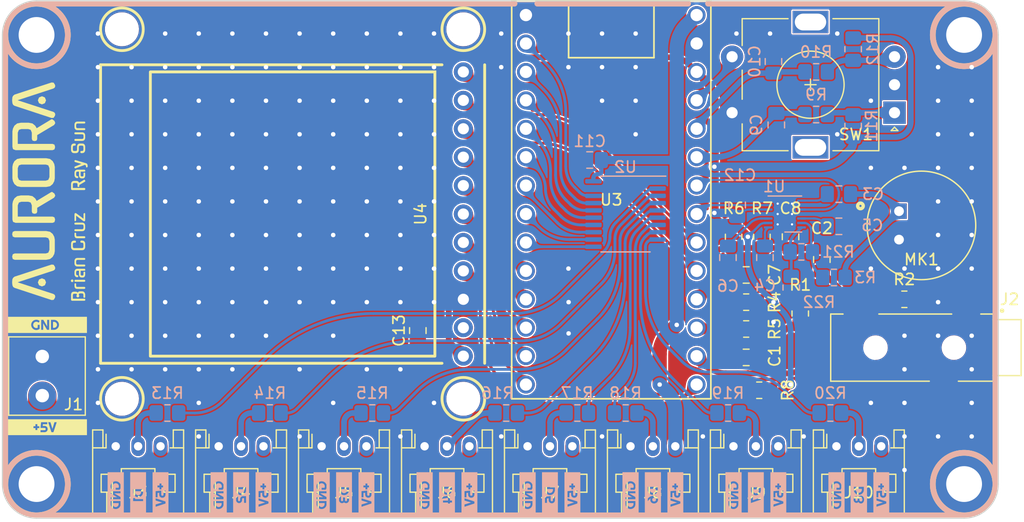
<source format=kicad_pcb>
(kicad_pcb (version 20211014) (generator pcbnew)
  (layers (0 "F.Cu" signal) (31 "B.Cu" signal) (34 "B.Paste" user) (35 "F.Paste" user) (36 "B.SilkS" user "B.Silkscreen") (37 "F.SilkS" user "F.Silkscreen") (38 "B.Mask" user) (39 "F.Mask" user) (44 "Edge.Cuts" user))
  (net 0 "")
  (net 1 "/AUD_R_ADC")
  (net 2 "/AUD_R")
  (net 3 "/AUD_L_ADC")
  (net 4 "/AUD_L")
  (net 5 "Net-(C3-Pad1)")
  (net 6 "Net-(C3-Pad2)")
  (net 7 "Net-(C4-Pad1)")
  (net 8 "GND")
  (net 9 "Net-(C5-Pad2)")
  (net 10 "Net-(C6-Pad2)")
  (net 11 "/ENCODER_A")
  (net 12 "/ENCODER_B")
  (net 13 "+3V3")
  (net 14 "+5V")
  (net 15 "/AUD_DET")
  (net 16 "/LED_OUT_0")
  (net 17 "/LED_OUT_1")
  (net 18 "/LED_OUT_2")
  (net 19 "/LED_OUT_3")
  (net 20 "/LED_OUT_4")
  (net 21 "/LED_OUT_5")
  (net 22 "/LED_OUT_6")
  (net 23 "/LED_OUT_7")
  (net 24 "/MIC_BIAS")
  (net 25 "Net-(R11-Pad2)")
  (net 26 "Net-(R10-Pad2)")
  (net 27 "Net-(R13-Pad2)")
  (net 28 "Net-(R14-Pad2)")
  (net 29 "Net-(R15-Pad2)")
  (net 30 "Net-(R16-Pad2)")
  (net 31 "Net-(R17-Pad2)")
  (net 32 "Net-(R18-Pad2)")
  (net 33 "Net-(R19-Pad2)")
  (net 34 "Net-(R20-Pad2)")
  (net 35 "/AGC_THRESH")
  (net 36 "/SW_PUSH")
  (net 37 "/MIC_ADC")
  (net 38 "/MIC_GAIN")
  (net 39 "Net-(U2-Pad11)")
  (net 40 "Net-(U2-Pad12)")
  (net 41 "Net-(U2-Pad13)")
  (net 42 "Net-(U2-Pad14)")
  (net 43 "Net-(U2-Pad15)")
  (net 44 "Net-(U2-Pad16)")
  (net 45 "Net-(U2-Pad17)")
  (net 46 "Net-(U2-Pad18)")
  (net 47 "/SCK")
  (net 48 "/MISO")
  (net 49 "/MOSI")
  (net 50 "/CS_TFT")
  (net 51 "/DISP_RST")
  (net 52 "/DISP_D{slash}C")
  (net 53 "/CS_SD")
  (net 54 "/BACKLIGHT")
  (footprint "Resistor_SMD:R_0805_2012Metric_Pad1.20x1.40mm_HandSolder" (layer "F.Cu") (at 161.3945 115.062 90)
    (fp_text reference "R1")
    (fp_text value "100k")
  )
  (footprint "Connector_JST:JST_PH_S3B-PH-K_1x03_P2.00mm_Horizontal" (layer "F.Cu") (at 127.85881 126.926)
    (fp_text reference "J6")
    (fp_text value "Conn_01x03")
  )
  (footprint "Resistor_SMD:R_0805_2012Metric_Pad1.20x1.40mm_HandSolder" (layer "F.Cu") (at 170.688 113.792)
    (fp_text reference "R2")
    (fp_text value "100k")
  )
  (footprint "kibuzzard-62AD66A7" (layer "F.Cu") (at 93.98 125.222)
    (fp_text reference "kibuzzard-62AD66A7" hide)
    (fp_text value "G***" hide)
  )
  (footprint "terminal_block:TerminalBlock_Molex_393570002_1x02_P3.50mm_Horizontal" (layer "F.Cu") (at 93.73 118.9 -90)
    (fp_text reference "J1")
    (fp_text value "Screw_Terminal_01x02" hide)
  )
  (footprint "Connector_JST:JST_PH_S3B-PH-K_1x03_P2.00mm_Horizontal" (layer "F.Cu") (at 100.284922 126.926)
    (fp_text reference "J3")
    (fp_text value "Conn_01x03")
  )
  (footprint "Capacitor_SMD:C_0805_2012Metric_Pad1.18x1.45mm_HandSolder" (layer "F.Cu") (at 127.254 116.586 90)
    (fp_text reference "C13")
    (fp_text value "10u")
  )
  (footprint "Resistor_SMD:R_0805_2012Metric_Pad1.20x1.40mm_HandSolder" (layer "F.Cu") (at 156.5685 114.046 180)
    (fp_text reference "R4")
    (fp_text value "100k")
  )
  (footprint "MountingHole:MountingHole_3.2mm_M3_ISO14580_Pad" (layer "F.Cu") (at 176.022 90.17)
    (fp_text reference "H2" hide)
    (fp_text value "MountingHole_Pad" hide)
  )
  (footprint "Connector_JST:JST_PH_S3B-PH-K_1x03_P2.00mm_Horizontal" (layer "F.Cu") (at 164.624 126.926)
    (fp_text reference "J10")
    (fp_text value "Conn_01x03")
  )
  (footprint "kibuzzard-62AD5F1D" (layer "F.Cu") (at 92.964 104.14 90)
    (fp_text reference "kibuzzard-62AD5F1D" hide)
    (fp_text value "G***" hide)
  )
  (footprint "MountingHole:MountingHole_3.2mm_M3_ISO14580_Pad" (layer "F.Cu") (at 93.218 130.302)
    (fp_text reference "H3" hide)
    (fp_text value "MountingHole_Pad" hide)
  )
  (footprint "Capacitor_SMD:C_0805_2012Metric_Pad1.18x1.45mm_HandSolder" (layer "F.Cu") (at 156.5685 111.618)
    (fp_text reference "C7")
    (fp_text value "47n")
  )
  (footprint "displays:Adafruit_TFT_1in3_ST7789" (layer "F.Cu") (at 131.318 106.172 -90)
    (fp_text reference "U4")
    (fp_text value "Adafruit_TFT_1in3_ST7789")
  )
  (footprint "MountingHole:MountingHole_3.2mm_M3_ISO14580_Pad" (layer "F.Cu") (at 93.218 90.17)
    (fp_text reference "H1" hide)
    (fp_text value "MountingHole_Pad" hide)
  )
  (footprint "Connector_JST:JST_PH_S3B-PH-K_1x03_P2.00mm_Horizontal" (layer "F.Cu") (at 137.050106 126.926)
    (fp_text reference "J7")
    (fp_text value "Conn_01x03")
  )
  (footprint "Resistor_SMD:R_0805_2012Metric_Pad1.20x1.40mm_HandSolder" (layer "F.Cu") (at 155.448 108.204 -90)
    (fp_text reference "R6")
    (fp_text value "100k")
  )
  (footprint "Connector_JST:JST_PH_S3B-PH-K_1x03_P2.00mm_Horizontal" (layer "F.Cu") (at 146.241402 126.926)
    (fp_text reference "J8")
    (fp_text value "Conn_01x03")
  )
  (footprint "Connector_JST:JST_PH_S3B-PH-K_1x03_P2.00mm_Horizontal" (layer "F.Cu") (at 109.476218 126.926)
    (fp_text reference "J4")
    (fp_text value "Conn_01x03")
  )
  (footprint "Capacitor_SMD:C_0805_2012Metric_Pad1.18x1.45mm_HandSolder" (layer "F.Cu") (at 156.5685 118.984)
    (fp_text reference "C1")
    (fp_text value "10u")
  )
  (footprint "Rotary_Encoder:RotaryEncoder_Alps_EC11E-Switch_Vertical_H20mm" (layer "F.Cu") (at 169.81 97.115 180)
    (fp_text reference "SW1")
    (fp_text value "RotaryEncoder_Switch")
  )
  (footprint "teensy_library:Teensy40" (layer "F.Cu") (at 144.526 104.902 -90)
    (fp_text reference "U3")
    (fp_text value "Teensy4.0")
  )
  (footprint "CMA-4544PF-W:MIC_CMA-4544PF-W" (layer "F.Cu") (at 172.212 107.188 180)
    (fp_text reference "MK1")
    (fp_text value "CMA-4544PF-W")
  )
  (footprint "kibuzzard-62AD66B6" (layer "F.Cu") (at 93.98 116.078)
    (fp_text reference "kibuzzard-62AD66B6" hide)
    (fp_text value "G***" hide)
  )
  (footprint "kibuzzard-62AD5F34" (layer "F.Cu") (at 97.028 105.918 90)
    (fp_text reference "kibuzzard-62AD5F34" hide)
    (fp_text value "G***" hide)
  )
  (footprint "Capacitor_SMD:C_0805_2012Metric_Pad1.18x1.45mm_HandSolder" (layer "F.Cu") (at 160.528 108.204 90)
    (fp_text reference "C8")
    (fp_text value "47n")
  )
  (footprint "Capacitor_SMD:C_0805_2012Metric_Pad1.18x1.45mm_HandSolder" (layer "F.Cu") (at 163.322 110.236 -90)
    (fp_text reference "C2")
    (fp_text value "10u")
  )
  (footprint "Resistor_SMD:R_0805_2012Metric_Pad1.20x1.40mm_HandSolder" (layer "F.Cu") (at 156.5685 116.444)
    (fp_text reference "R5")
    (fp_text value "100k")
  )
  (footprint "Connector_JST:JST_PH_S3B-PH-K_1x03_P2.00mm_Horizontal" (layer "F.Cu") (at 118.667514 126.926)
    (fp_text reference "J5")
    (fp_text value "Conn_01x03")
  )
  (footprint "MountingHole:MountingHole_3.2mm_M3_ISO14580_Pad" (layer "F.Cu") (at 176.022 130.302)
    (fp_text reference "H4" hide)
    (fp_text value "MountingHole_Pad" hide)
  )
  (footprint "Resistor_SMD:R_0805_2012Metric_Pad1.20x1.40mm_HandSolder" (layer "F.Cu") (at 157.734 121.92 180)
    (fp_text reference "R8")
    (fp_text value "1M")
  )
  (footprint "SJ-3524-SMT:CUI_SJ-3524-SMT" (layer "F.Cu") (at 175.1125 118.11 180)
    (fp_text reference "J2")
    (fp_text value "SJ-3524-SMT")
  )
  (footprint "Resistor_SMD:R_0805_2012Metric_Pad1.20x1.40mm_HandSolder" (layer "F.Cu") (at 157.973 108.204 90)
    (fp_text reference "R7")
    (fp_text value "100k")
  )
  (footprint "Connector_JST:JST_PH_S3B-PH-K_1x03_P2.00mm_Horizontal" (layer "F.Cu") (at 155.432698 126.926)
    (fp_text reference "J9")
    (fp_text value "Conn_01x03")
  )
  (footprint "Resistor_SMD:R_0805_2012Metric_Pad1.20x1.40mm_HandSolder" (layer "B.Cu") (at 114.046 123.952)
    (fp_text reference "R14")
    (fp_text value "100")
  )
  (footprint "Resistor_SMD:R_0805_2012Metric_Pad1.20x1.40mm_HandSolder" (layer "B.Cu") (at 135.144 123.952)
    (fp_text reference "R16")
    (fp_text value "100")
  )
  (footprint "Resistor_SMD:R_0805_2012Metric_Pad1.20x1.40mm_HandSolder" (layer "B.Cu") (at 166.116 98.298 90)
    (fp_text reference "R11")
    (fp_text value "10k")
  )
  (footprint "kibuzzard-62AD6AEC" (layer "B.Cu") (at 118.6693 131.2926 -90)
    (fp_text reference "kibuzzard-62AD6AEC2" hide)
    (fp_text value "G***" hide)
  )
  (footprint "kibuzzard-62AD6AEC" (layer "B.Cu") (at 137.05382 131.2926 -90)
    (fp_text reference "kibuzzard-62AD6AEC4" hide)
    (fp_text value "G***" hide)
  )
  (footprint "Resistor_SMD:R_0805_2012Metric_Pad1.20x1.40mm_HandSolder" (layer "B.Cu") (at 162.814 93.472)
    (fp_text reference "R10")
    (fp_text value "10k")
  )
  (footprint "kibuzzard-62AD6C27" (layer "B.Cu") (at 139.049964 131.2926 -90)
    (fp_text reference "kibuzzard-62AD6C27" hide)
    (fp_text value "G***" hide)
  )
  (footprint "kibuzzard-62AD6B04" (layer "B.Cu") (at 159.43834 131.2926 -90)
    (fp_text reference "kibuzzard-62AD6B6" hide)
    (fp_text value "G***" hide)
  )
  (footprint "kibuzzard-62AD6C62" (layer "B.Cu") (at 166.623858 131.2926 -90)
    (fp_text reference "kibuzzard-62AD6C62" hide)
    (fp_text value "G***" hide)
  )
  (footprint "Capacitor_SMD:C_0805_2012Metric_Pad1.18x1.45mm_HandSolder" (layer "B.Cu") (at 155.765 105.365 90)
    (fp_text reference "C12")
    (fp_text value "1u")
  )
  (footprint "Capacitor_SMD:C_0805_2012Metric_Pad1.18x1.45mm_HandSolder" (layer "B.Cu") (at 158.242 110.064 -90)
    (fp_text reference "C4")
    (fp_text value "0.47u")
  )
  (footprint "kibuzzard-62AD6B04" (layer "B.Cu") (at 131.86156 131.2926 -90)
    (fp_text reference "kibuzzard-62AD6B3" hide)
    (fp_text value "G***" hide)
  )
  (footprint "kibuzzard-62AD6C4C" (layer "B.Cu") (at 157.432556 131.2926 -90)
    (fp_text reference "kibuzzard-62AD6C4C" hide)
    (fp_text value "G***" hide)
  )
  (footprint "kibuzzard-62AD6C38" (layer "B.Cu") (at 148.24126 131.2926 -90)
    (fp_text reference "kibuzzard-62AD6C38" hide)
    (fp_text value "G***" hide)
  )
  (footprint "kibuzzard-62AD6B04" (layer "B.Cu") (at 150.24608 131.2926 -90)
    (fp_text reference "kibuzzard-62AD6B5" hide)
    (fp_text value "G***" hide)
  )
  (footprint "Resistor_SMD:R_0805_2012Metric_Pad1.20x1.40mm_HandSolder" (layer "B.Cu") (at 160.591 112.742 90)
    (fp_text reference "R22")
    (fp_text value "100k")
  )
  (footprint "Capacitor_SMD:C_0805_2012Metric_Pad1.18x1.45mm_HandSolder" (layer "B.Cu") (at 164.846 104.394)
    (fp_text reference "C3")
    (fp_text value "0.1u")
  )
  (footprint "kibuzzard-62AD6AEC" (layer "B.Cu") (at 146.24608 131.2926 -90)
    (fp_text reference "kibuzzard-62AD6AEC5" hide)
    (fp_text value "G***" hide)
  )
  (footprint "Resistor_SMD:R_0805_2012Metric_Pad1.20x1.40mm_HandSolder" (layer "B.Cu") (at 104.902 123.952)
    (fp_text reference "R13")
    (fp_text value "100")
  )
  (footprint "kibuzzard-62AD6B04" (layer "B.Cu") (at 141.05382 131.2926 -90)
    (fp_text reference "kibuzzard-62AD6B4" hide)
    (fp_text value "G***" hide)
  )
  (footprint "kibuzzard-62AD6B04" (layer "B.Cu") (at 113.47704 131.2926 -90)
    (fp_text reference "kibuzzard-62AD6B1" hide)
    (fp_text value "G***" hide)
  )
  (footprint "kibuzzard-62AD6BA8" (layer "B.Cu") (at 111.476076 131.2926 -90)
    (fp_text reference "kibuzzard-62AD6BA8" hide)
    (fp_text value "G***" hide)
  )
  (footprint "kibuzzard-62AD6AEC" (layer "B.Cu") (at 127.86156 131.2926 -90)
    (fp_text reference "kibuzzard-62AD6AEC3" hide)
    (fp_text value "G***" hide)
  )
  (footprint "Resistor_SMD:R_0805_2012Metric_Pad1.20x1.40mm_HandSolder" (layer "B.Cu") (at 145.812 123.952 180)
    (fp_text reference "R18")
    (fp_text value "100")
  )
  (footprint "Package_DFN_QFN:TDFN-14-1EP_3x3mm_P0.4mm_EP1.78x2.35mm_ThermalVias" (layer "B.Cu") (at 160.02 106.172)
    (fp_text reference "U1")
    (fp_text value "MAX9814")
  )
  (footprint "kibuzzard-62AD6C16" (layer "B.Cu") (at 129.858668 131.2926 -90)
    (fp_text reference "kibuzzard-62AD6C16" hide)
    (fp_text value "G***" hide)
  )
  (footprint "kibuzzard-62AD6AEC" (layer "B.Cu") (at 100.28478 131.2926 -90)
    (fp_text reference "kibuzzard-62AD6AEC" hide)
    (fp_text value "G***" hide)
  )
  (footprint "Resistor_SMD:R_0805_2012Metric_Pad1.20x1.40mm_HandSolder" (layer "B.Cu") (at 166.116 91.44 -90)
    (fp_text reference "R12")
    (fp_text value "10k")
  )
  (footprint "kibuzzard-62AD6BC2" (layer "B.Cu") (at 120.667372 131.2926 -90)
    (fp_text reference "kibuzzard-62AD6BC2" hide)
    (fp_text value "G***" hide)
  )
  (footprint "Package_SO:TSSOP-20_4.4x6.5mm_P0.65mm" (layer "B.Cu") (at 145.796 106.172 180)
    (fp_text reference "U2")
    (fp_text value "74HCT245")
  )
  (footprint "Capacitor_SMD:C_0805_2012Metric_Pad1.18x1.45mm_HandSolder" (layer "B.Cu") (at 142.5995 101.346 180)
    (fp_text reference "C11")
    (fp_text value "0.1u")
  )
  (footprint "kibuzzard-62AD6B04" (layer "B.Cu") (at 104.28478 131.2926 -90)
    (fp_text reference "kibuzzard-62AD6B04" hide)
    (fp_text value "G***" hide)
  )
  (footprint "kibuzzard-62AD6AEC" (layer "B.Cu") (at 164.6306 131.2926 -90)
    (fp_text reference "kibuzzard-62AD6AEC7" hide)
    (fp_text value "G***" hide)
  )
  (footprint "Resistor_SMD:R_0805_2012Metric_Pad1.20x1.40mm_HandSolder" (layer "B.Cu") (at 164.084 123.952 180)
    (fp_text reference "R20")
    (fp_text value "100")
  )
  (footprint "Resistor_SMD:R_0805_2012Metric_Pad1.20x1.40mm_HandSolder" (layer "B.Cu") (at 162.814 97.282 180)
    (fp_text reference "R9")
    (fp_text value "10k")
  )
  (footprint "kibuzzard-62AD6AEC" (layer "B.Cu") (at 155.43834 131.2926 -90)
    (fp_text reference "kibuzzard-62AD6AEC6" hide)
    (fp_text value "G***" hide)
  )
  (footprint "kibuzzard-62AD6B04" (layer "B.Cu") (at 168.6306 131.2926 -90)
    (fp_text reference "kibuzzard-62AD6B7" hide)
    (fp_text value "G***" hide)
  )
  (footprint "Capacitor_SMD:C_0805_2012Metric_Pad1.18x1.45mm_HandSolder" (layer "B.Cu") (at 159.258 98.212 90)
    (fp_text reference "C9")
    (fp_text value "10n")
  )
  (footprint "Resistor_SMD:R_0805_2012Metric_Pad1.20x1.40mm_HandSolder" (layer "B.Cu") (at 161.491 109.556)
    (fp_text reference "R21")
    (fp_text value "150k")
  )
  (footprint "Capacitor_SMD:C_0805_2012Metric_Pad1.18x1.45mm_HandSolder" (layer "B.Cu") (at 154.94 110.064 90)
    (fp_text reference "C6")
    (fp_text value "2.2u")
  )
  (footprint "kibuzzard-62AD6B04" (layer "B.Cu") (at 122.6693 131.2926 -90)
    (fp_text reference "kibuzzard-62AD6B2" hide)
    (fp_text value "G***" hide)
  )
  (footprint "kibuzzard-62AD6B13" (layer "B.Cu") (at 102.28478 131.2926 -90)
    (fp_text reference "kibuzzard-62AD6B13" hide)
    (fp_text value "G***" hide)
  )
  (footprint "Resistor_SMD:R_0805_2012Metric_Pad1.20x1.40mm_HandSolder" (layer "B.Cu") (at 164.401 111.842 180)
    (fp_text reference "R3")
    (fp_text value "2.21k")
  )
  (footprint "Resistor_SMD:R_0805_2012Metric_Pad1.20x1.40mm_HandSolder" (layer "B.Cu") (at 154.956 123.952 180)
    (fp_text reference "R19")
    (fp_text value "100")
  )
  (footprint "kibuzzard-62AD6AEC" (layer "B.Cu") (at 109.47704 131.2926 -90)
    (fp_text reference "kibuzzard-62AD6AEC1" hide)
    (fp_text value "G***" hide)
  )
  (footprint "Resistor_SMD:R_0805_2012Metric_Pad1.20x1.40mm_HandSolder" (layer "B.Cu") (at 123.19 123.952)
    (fp_text reference "R15")
    (fp_text value "100")
  )
  (footprint "Capacitor_SMD:C_0805_2012Metric_Pad1.18x1.45mm_HandSolder" (layer "B.Cu") (at 164.846 107.27 180)
    (fp_text reference "C5")
    (fp_text value "0.47u")
  )
  (footprint "Capacitor_SMD:C_0805_2012Metric_Pad1.18x1.45mm_HandSolder" (layer "B.Cu") (at 159.004 92.542 -90)
    (fp_text reference "C10")
    (fp_text value "10n")
  )
  (footprint "Resistor_SMD:R_0805_2012Metric_Pad1.20x1.40mm_HandSolder" (layer "B.Cu") (at 141.494 123.952)
    (fp_text reference "R17")
    (fp_text value "100")
  )
  (gr_line (start 178.816 90.17) (end 178.816 130.302) (layer "B.SilkS") (width 0.508))
  (gr_line (start 93.218 87.376) (end 135.89 87.376) (layer "B.SilkS") (width 0.508))
  (gr_circle (center 93.218 90.17) (end 90.424 90.17) (layer "B.SilkS") (width 0.508) (fill none))
  (gr_line (start 153.162 87.376) (end 176.022 87.376) (layer "B.SilkS") (width 0.508))
  (gr_line (start 90.424 90.17) (end 90.424 130.302) (layer "B.SilkS") (width 0.508))
  (gr_circle (center 176.022 130.302) (end 173.228 130.302) (layer "B.SilkS") (width 0.508) (fill none))
  (gr_circle (center 176.022 90.17) (end 173.228 90.17) (layer "B.SilkS") (width 0.508) (fill none))
  (gr_circle (center 93.218 130.302) (end 90.424 130.302) (layer "B.SilkS") (width 0.508) (fill none))
  (gr_line (start 93.218 133.096) (end 176.022 133.096) (layer "B.SilkS") (width 0.508))
  (gr_line (start 137.922 87.376) (end 151.384 87.376) (layer "B.SilkS") (width 0.508))
  (gr_circle (center 93.218 130.302) (end 96.012 130.302) (layer "F.SilkS") (width 0.508) (fill none))
  (gr_circle (center 176.022 90.17) (end 178.816 90.17) (layer "F.SilkS") (width 0.508) (fill none))
  (gr_circle (center 93.218 90.17) (end 96.012 90.17) (layer "F.SilkS") (width 0.508) (fill none))
  (gr_circle (center 176.022 130.302) (end 178.816 130.302) (layer "F.SilkS") (width 0.508) (fill none))
  (gr_line (start 179.07 90.17) (end 179.069999 130.302) (layer "Edge.Cuts") (width 0.1))
  (gr_line (start 90.17 130.302) (end 90.17 90.17) (layer "Edge.Cuts") (width 0.1))
  (gr_line (start 176.022 133.35) (end 93.218 133.35) (layer "Edge.Cuts") (width 0.1))
  (gr_arc (start 90.17 90.17) (mid 91.062739 88.014739) (end 93.218 87.122) (layer "Edge.Cuts") (width 0.1))
  (gr_line (start 93.218 87.122) (end 176.022 87.122) (layer "Edge.Cuts") (width 0.1))
  (gr_arc (start 179.069999 130.302) (mid 178.177261 132.457261) (end 176.022 133.349999) (layer "Edge.Cuts") (width 0.1))
  (gr_arc (start 93.218 133.35) (mid 91.062739 132.457261) (end 90.17 130.302) (layer "Edge.Cuts") (width 0.1))
  (gr_arc (start 176.022 87.122) (mid 178.177261 88.014739) (end 179.07 90.17) (layer "Edge.Cuts") (width 0.1))
  (segment (start 152.202 116.388) (end 152.146 116.332) (width 0.508) (layer "F.Cu") (net 1))
  (segment (start 155.531 118.984) (end 155.531 111.618) (width 0.508) (layer "F.Cu") (net 1))
  (segment (start 152.337195 116.444) (end 155.5685 116.444) (width 0.508) (layer "F.Cu") (net 1))
  (arc (start 152.202 116.388) (mid 152.264028 116.429446) (end 152.337195 116.444) (width 0.508) (layer "F.Cu") (net 1))
  (segment (start 160.96125 116.062) (end 161.3945 116.062) (width 0.508) (layer "F.Cu") (net 2))
  (segment (start 161.3945 116.062) (end 162.772415 116.062) (width 0.508) (layer "F.Cu") (net 2))
  (segment (start 160.221645 116.368354) (end 157.606 118.984) (width 0.508) (layer "F.Cu") (net 2))
  (segment (start 172.055415 121.81) (end 174.2125 121.81) (width 0.508) (layer "F.Cu") (net 2))
  (segment (start 165.124664 117.036333) (end 168.373041 120.28471) (width 0.508) (layer "F.Cu") (net 2))
  (arc (start 160.96125 116.062) (mid 160.560978 116.141618) (end 160.221645 116.368354) (width 0.508) (layer "F.Cu") (net 2))
  (arc (start 168.373041 120.28471) (mid 170.062528 121.41359) (end 172.055415 121.81) (width 0.508) (layer "F.Cu") (net 2))
  (arc (start 165.124664 117.036333) (mid 164.045443 116.31522) (end 162.772415 116.062) (width 0.508) (layer "F.Cu") (net 2))
  (segment (start 152.88474 113.05326) (end 152.146 113.792) (width 0.508) (layer "F.Cu") (net 3))
  (segment (start 153.62348 110.269302) (end 153.62348 111.269783) (width 0.508) (layer "F.Cu") (net 3))
  (segment (start 160.554516 109.2415) (end 163.248594 109.2415) (width 0.508) (layer "F.Cu") (net 3))
  (segment (start 163.3005 109.22) (end 163.322 109.1985) (width 0.508) (layer "F.Cu") (net 3))
  (segment (start 160.463983 109.204) (end 155.448 109.204) (width 0.508) (layer "F.Cu") (net 3))
  (segment (start 154.688782 109.204) (end 155.448 109.204) (width 0.508) (layer "F.Cu") (net 3))
  (arc (start 160.50925 109.22275) (mid 160.488481 109.208872) (end 160.463983 109.204) (width 0.508) (layer "F.Cu") (net 3))
  (arc (start 163.3005 109.22) (mid 163.276685 109.235912) (end 163.248594 109.2415) (width 0.508) (layer "F.Cu") (net 3))
  (arc (start 153.62348 111.269783) (mid 153.431487 112.234993) (end 152.88474 113.05326) (width 0.508) (layer "F.Cu") (net 3))
  (arc (start 153.9355 109.51602) (mid 153.704571 109.861628) (end 153.62348 110.269302) (width 0.508) (layer "F.Cu") (net 3))
  (arc (start 154.688782 109.204) (mid 154.281108 109.285091) (end 153.9355 109.51602) (width 0.508) (layer "F.Cu") (net 3))
  (arc (start 160.50925 109.22275) (mid 160.530018 109.236627) (end 160.554516 109.2415) (width 0.508) (layer "F.Cu") (net 3))
  (segment (start 167.867491 113.792) (end 169.688 113.792) (width 0.508) (layer "F.Cu") (net 4))
  (segment (start 167.121499 114.100999) (end 166.937657 114.284842) (width 0.508) (layer "F.Cu") (net 4))
  (segment (start 166.333342 114.284842) (end 163.322 111.2735) (width 0.508) (layer "F.Cu") (net 4))
  (arc (start 167.867491 113.792) (mid 167.463763 113.872306) (end 167.121499 114.100999) (width 0.508) (layer "F.Cu") (net 4))
  (arc (start 166.937657 114.284842) (mid 166.799026 114.377472) (end 166.6355 114.41) (width 0.508) (layer "F.Cu") (net 4))
  (arc (start 166.333342 114.284842) (mid 166.471973 114.377472) (end 166.6355 114.41) (width 0.508) (layer "F.Cu") (net 4))
  (segment (start 162.821792 104.972) (end 161.5075 104.972) (width 0.2) (layer "B.Cu") (net 5))
  (segment (start 163.5195 104.683) (end 163.8085 104.394) (width 0.2) (layer "B.Cu") (net 5))
  (arc (start 163.5195 104.683) (mid 163.199388 104.896891) (end 162.821792 104.972) (width 0.2) (layer "B.Cu") (net 5))
  (segment (start 170.212 105.918) (end 169.45 105.156) (width 0.508) (layer "B.Cu") (net 6))
  (segment (start 170.212 105.918) (end 165.794504 110.335495) (width 0.508) (layer "B.Cu") (net 6))
  (segment (start 165.401 111.2855) (end 165.401 111.842) (width 0.508) (layer "B.Cu") (net 6))
  (segment (start 167.610369 104.394) (end 165.8835 104.394) (width 0.508) (layer "B.Cu") (net 6))
  (arc (start 165.794504 110.335495) (mid 165.503268 110.771361) (end 165.401 111.2855) (width 0.508) (layer "B.Cu") (net 6))
  (arc (start 169.45 105.156) (mid 168.60597 104.592037) (end 167.610369 104.394) (width 0.508) (layer "B.Cu") (net 6))
  (segment (start 158.242 107.867914) (end 158.242 109.0265) (width 0.2) (layer "B.Cu") (net 7))
  (segment (start 158.38725 107.51725) (end 158.5325 107.372) (width 0.2) (layer "B.Cu") (net 7))
  (arc (start 158.38725 107.51725) (mid 158.279749 107.678136) (end 158.242 107.867914) (width 0.2) (layer "B.Cu") (net 7))
  (via (at 113.7 111.047) (size 0.8) (drill 0.4) (layers "F.Cu" "B.Cu") (net 8))
  (via (at 116.7 93.047) (size 0.8) (drill 0.4) (layers "F.Cu" "B.Cu") (net 8))
  (via (at 128.7 102.047) (size 0.8) (drill 0.4) (layers "F.Cu" "B.Cu") (net 8))
  (via (at 176.7 99.047) (size 0.8) (drill 0.4) (layers "F.Cu" "B.Cu") (net 8))
  (via (at 164.7 99.047) (size 0.8) (drill 0.4) (layers "F.Cu" "B.Cu") (net 8))
  (via (at 125.7 126.047) (size 0.8) (drill 0.4) (layers "F.Cu" "B.Cu") (net 8))
  (via (at 110.7 93.047) (size 0.8) (drill 0.4) (layers "F.Cu" "B.Cu") (net 8))
  (via (at 104.7 111.047) (size 0.8) (drill 0.4) (layers "F.Cu" "B.Cu") (net 8))
  (via (at 176.7 120.047) (size 0.8) (drill 0.4) (layers "F.Cu" "B.Cu") (net 8))
  (via (at 122.7 108.047) (size 0.8) (drill 0.4) (layers "F.Cu" "B.Cu") (net 8))
  (via (at 98.7 90.047) (size 0.8) (drill 0.4) (layers "F.Cu" "B.Cu") (net 8))
  (via (at 164.7 90.047) (size 0.8) (drill 0.4) (layers "F.Cu" "B.Cu") (net 8))
  (via (at 101.7 120.047) (size 0.8) (drill 0.4) (layers "F.Cu" "B.Cu") (net 8))
  (via (at 98.7 111.047) (size 0.8) (drill 0.4) (layers "F.Cu" "B.Cu") (net 8))
  (via (at 176.7 108.047) (size 0.8) (drill 0.4) (layers "F.Cu" "B.Cu") (net 8))
  (via (at 119.7 93.047) (size 0.8) (drill 0.4) (layers "F.Cu" "B.Cu") (net 8))
  (via (at 173.7 105.047) (size 0.8) (drill 0.4) (layers "F.Cu" "B.Cu") (net 8))
  (via (at 98.7 120.047) (size 0.8) (drill 0.4) (layers "F.Cu" "B.Cu") (net 8))
  (via (at 116.7 99.047) (size 0.8) (drill 0.4) (layers "F.Cu" "B.Cu") (net 8))
  (via (at 173.7 93.047) (size 0.8) (drill 0.4) (layers "F.Cu" "B.Cu") (net 8))
  (via (at 101.7 108.047) (size 0.8) (drill 0.4) (layers "F.Cu" "B.Cu") (net 8))
  (via (at 173.7 126.047) (size 0.8) (drill 0.4) (layers "F.Cu" "B.Cu") (net 8))
  (via (at 122.7 96.047) (size 0.8) (drill 0.4) (layers "F.Cu" "B.Cu") (net 8))
  (via (at 128.7 123.047) (size 0.8) (drill 0.4) (layers "F.Cu" "B.Cu") (net 8))
  (via (at 110.7 99.047) (size 0.8) (drill 0.4) (layers "F.Cu" "B.Cu") (net 8))
  (via (at 176.7 111.047) (size 0.8) (drill 0.4) (layers "F.Cu" "B.Cu") (net 8))
  (via (at 140.716 116.84) (size 0.8) (drill 0.4) (layers "F.Cu" "B.Cu") (net 8))
  (via (at 167.7 111.047) (size 0.8) (drill 0.4) (layers "F.Cu" "B.Cu") (net 8))
  (via (at 125.7 90.047) (size 0.8) (drill 0.4) (layers "F.Cu" "B.Cu") (net 8))
  (via (at 113.7 102.047) (size 0.8) (drill 0.4) (layers "F.Cu" "B.Cu") (net 8))
  (via (at 146.7 96.047) (size 0.8) (drill 0.4) (layers "F.Cu" "B.Cu") (net 8))
  (via (at 119.7 108.047) (size 0.8) (drill 0.4) (layers "F.Cu" "B.Cu") (net 8))
  (via (at 98.7 114.047) (size 0.8) (drill 0.4) (layers "F.Cu" "B.Cu") (net 8))
  (via (at 125.7 108.047) (size 0.8) (drill 0.4) (layers "F.Cu" "B.Cu") (net 8))
  (via (at 116.7 114.047) (size 0.8) (drill 0.4) (layers "F.Cu" "B.Cu") (net 8))
  (via (at 128.7 108.047) (size 0.8) (drill 0.4) (layers "F.Cu" "B.Cu") (net 8))
  (via (at 122.7 90.047) (size 0.8) (drill 0.4) (layers "F.Cu" "B.Cu") (net 8))
  (via (at 125.7 111.047) (size 0.8) (drill 0.4) (layers "F.Cu" "B.Cu") (net 8))
  (via (at 119.7 117.047) (size 0.8) (drill 0.4) (layers "F.Cu" "B.Cu") (net 8))
  (via (at 101.7 105.047) (size 0.8) (drill 0.4) (layers "F.Cu" "B.Cu") (net 8))
  (via (at 104.7 114.047) (size 0.8) (drill 0.4) (layers "F.Cu" "B.Cu") (net 8))
  (via (at 119.7 114.047) (size 0.8) (drill 0.4) (layers "F.Cu" "B.Cu") (net 8))
  (via (at 107.7 96.047) (size 0.8) (drill 0.4) (layers "F.Cu" "B.Cu") (net 8))
  (via (at 110.7 120.047) (size 0.8) (drill 0.4) (layers "F.Cu" "B.Cu") (net 8))
  (via (at 101.7 111.047) (size 0.8) (drill 0.4) (layers "F.Cu" "B.Cu") (net 8))
  (via (at 128.7 90.047) (size 0.8) (drill 0.4) (layers "F.Cu" "B.Cu") (net 8))
  (via (at 176.7 126.047) (size 0.8) (drill 0.4) (layers "F.Cu" "B.Cu") (net 8))
  (via (at 113.7 108.047) (size 0.8) (drill 0.4) (layers "F.Cu" "B.Cu") (net 8))
  (via (at 98.7 117.047) (size 0.8) (drill 0.4) (layers "F.Cu" "B.Cu") (net 8))
  (via (at 125.7 99.047) (size 0.8) (drill 0.4) (layers "F.Cu" "B.Cu") (net 8))
  (via (at 134.7 93.047) (size 0.8) (drill 0.4) (layers "F.Cu" "B.Cu") (net 8))
  (via (at 146.7 93.047) (size 0.8) (drill 0.4) (layers "F.Cu" "B.Cu") (net 8))
  (via (at 104.7 102.047) (size 0.8) (drill 0.4) (layers "F.Cu" "B.Cu") (net 8))
  (via (at 98.7 99.047) (size 0.8) (drill 0.4) (layers "F.Cu" "B.Cu") (net 8))
  (via (at 98.7 102.047) (size 0.8) (drill 0.4) (layers "F.Cu" "B.Cu") (net 8))
  (via (at 116.7 111.047) (size 0.8) (drill 0.4) (layers "F.Cu" "B.Cu") (net 8))
  (via (at 110.7 96.047) (size 0.8) (drill 0.4) (layers "F.Cu" "B.Cu") (net 8))
  (via (at 125.7 93.047) (size 0.8) (drill 0.4) (layers "F.Cu" "B.Cu") (net 8))
  (via (at 122.7 111.047) (size 0.8) (drill 0.4) (layers "F.Cu" "B.Cu") (net 8))
  (via (at 146.7 90.047) (size 0.8) (drill 0.4) (layers "F.Cu" "B.Cu") (net 8))
  (via (at 107.7 117.047) (size 0.8) (drill 0.4) (layers "F.Cu" "B.Cu") (net 8))
  (via (at 101.7 96.047) (size 0.8) (drill 0.4) (layers "F.Cu" "B.Cu") (net 8))
  (via (at 104.7 93.047) (size 0.8) (drill 0.4) (layers "F.Cu" "B.Cu") (net 8))
  (via (at 158.7 90.047) (size 0.8) (drill 0.4) (layers "F.Cu" "B.Cu") (net 8))
  (via (at 119.7 90.047) (size 0.8) (drill 0.4) (layers "F.Cu" "B.Cu") (net 8))
  (via (at 119.7 99.047) (size 0.8) (drill 0.4) (layers "F.Cu" "B.Cu") (net 8))
  (via (at 167.7 96.047) (size 0.8) (drill 0.4) (layers "F.Cu" "B.Cu") (net 8))
  (via (at 173.7 114.047) (size 0.8) (drill 0.4) (layers "F.Cu" "B.Cu") (net 8))
  (via (at 161.7 126.047) (size 0.8) (drill 0.4) (layers "F.Cu" "B.Cu") (net 8))
  (via (at 107.7 90.047) (size 0.8) (drill 0.4) (layers "F.Cu" "B.Cu") (net 8))
  (via (at 107.7 93.047) (size 0.8) (drill 0.4) (layers "F.Cu" "B.Cu") (net 8))
  (via (at 116.7 102.047) (size 0.8) (drill 0.4) (layers "F.Cu" "B.Cu") (net 8))
  (via (at 122.7 99.047) (size 0.8) (drill 0.4) (layers "F.Cu" "B.Cu") (net 8))
  (via (at 107.7 105.047) (size 0.8) (drill 0.4) (layers "F.Cu" "B.Cu") (net 8))
  (via (at 176.7 96.047) (size 0.8) (drill 0.4) (layers "F.Cu" "B.Cu") (net 8))
  (via (at 107.7 111.047) (size 0.8) (drill 0.4) (layers "F.Cu" "B.Cu") (net 8))
  (via (at 170.7 111.047) (size 0.8) (drill 0.4) (layers "F.Cu" "B.Cu") (net 8))
  (via (at 98.7 96.047) (size 0.8) (drill 0.4) (layers "F.Cu" "B.Cu") (net 8))
  (via (at 110.7 111.047) (size 0.8) (drill 0.4) (layers "F.Cu" "B.Cu") (net 8))
  (via (at 113.7 114.047) (size 0.8) (drill 0.4) (layers "F.Cu" "B.Cu") (net 8))
  (via (at 122.7 120.047) (size 0.8) (drill 0.4) (layers "F.Cu" "B.Cu") (net 8))
  (via (at 98.7 123.047) (size 0.8) (drill 0.4) (layers "F.Cu" "B.Cu") (net 8))
  (via (at 101.7 99.047) (size 0.8) (drill 0.4) (layers "F.Cu" "B.Cu") (net 8))
  (via (at 104.7 99.047) (size 0.8) (drill 0.4) (layers "F.Cu" "B.Cu") (net 8))
  (via (at 143.7 126.047) (size 0.8) (drill 0.4) (layers "F.Cu" "B.Cu") (net 8))
  (via (at 110.7 108.047) (size 0.8) (drill 0.4) (layers "F.Cu" "B.Cu") (net 8))
  (via (at 173.7 96.047) (size 0.8) (drill 0.4) (layers "F.Cu" "B.Cu") (net 8))
  (via (at 128.7 114.047) (size 0.8) (drill 0.4) (layers "F.Cu" "B.Cu") (net 8))
  (via (at 119.7 111.047) (size 0.8) (drill 0.4) (layers "F.Cu" "B.Cu") (net 8))
  (via (at 107.7 120.047) (size 0.8) (drill 0.4) (layers "F.Cu" "B.Cu") (net 8))
  (via (at 140.7 90.047) (size 0.8) (drill 0.4) (layers "F.Cu" "B.Cu") (net 8))
  (via (at 107.7 108.047) (size 0.8) (drill 0.4) (layers "F.Cu" "B.Cu") (net 8))
  (via (at 176.7 93.047) (size 0.8) (drill 0.4) (layers "F.Cu" "B.Cu") (net 8))
  (via (at 122.7 93.047) (size 0.8) (drill 0.4) (layers "F.Cu" "B.Cu") (net 8))
  (via (at 140.716 114.046) (size 0.8) (drill 0.4) (layers "F.Cu" "B.Cu") (net 8))
  (via (at 119.7 105.047) (size 0.8) (drill 0.4) (layers "F.Cu" "B.Cu") (net 8))
  (via (at 98.7 105.047) (size 0.8) (drill 0.4) (layers "F.Cu" "B.Cu") (net 8))
  (via (at 98.7 108.047) (size 0.8) (drill 0.4) (layers "F.Cu" "B.Cu") (net 8))
  (via (at 104.7 105.047) (size 0.8) (drill 0.4) (layers "F.Cu" "B.Cu") (net 8))
  (via (at 116.7 105.047) (size 0.8) (drill 0.4) (layers "F.Cu" "B.Cu") (net 8))
  (via (at 173.7 108.047) (size 0.8) (drill 0.4) (layers "F.Cu" "B.Cu") (net 8))
  (via (at 125.7 96.047) (size 0.8) (drill 0.4) (layers "F.Cu" "B.Cu") (net 8))
  (via (at 143.7 96.047) (size 0.8) (drill 0.4) (layers "F.Cu" "B.Cu") (net 8))
  (via (at 116.7 96.047) (size 0.8) (drill 0.4) (layers "F.Cu" "B.Cu") (net 8))
  (via (at 104.7 90.047) (size 0.8) (drill 0.4) (layers "F.Cu" "B.Cu") (net 8))
  (via (at 134.7 126.047) (size 0.8) (drill 0.4) (layers "F.Cu" "B.Cu") (net 8))
  (via (at 116.7 90.047) (size 0.8) (drill 0.4) (layers "F.Cu" "B.Cu") (net 8))
  (via (at 98.7 93.047) (size 0.8) (drill 0.4) (layers "F.Cu" "B.Cu") (net 8))
  (via (at 170.7 126.047) (size 0.8) (drill 0.4) (layers "F.Cu" "B.Cu") (net 8))
  (via (at 122.7 102.047) (size 0.8) (drill 0.4) (layers "F.Cu" "B.Cu") (net 8))
  (via (at 113.7 105.047) (size 0.8) (drill 0.4) (layers "F.Cu" "B.Cu") (net 8))
  (via (at 170.7 117.047) (size 0.8) (drill 0.4) (layers "F.Cu" "B.Cu") (net 8))
  (via (at 107.7 114.047) (size 0.8) (drill 0.4) (layers "F.Cu" "B.Cu") (net 8))
  (via (at 176.7 105.047) (size 0.8) (drill 0.4) (layers "F.Cu" "B.Cu") (net 8))
  (via (at 173.7 117.047) (size 0.8) (drill 0.4) (layers "F.Cu" "B.Cu") (net 8))
  (via (at 113.7 99.047) (size 0.8) (drill 0.4) (layers "F.Cu" "B.Cu") (net 8))
  (via (at 173.7 111.047) (size 0.8) (drill 0.4) (layers "F.Cu" "B.Cu") (net 8))
  (via (at 176.7 117.047) (size 0.8) (drill 0.4) (layers "F.Cu" "B.Cu") (net 8))
  (via (at 101.7 93.047) (size 0.8) (drill 0.4) (layers "F.Cu" "B.Cu") (net 8))
  (via (at 101.7 102.047) (size 0.8) (drill 0.4) (layers "F.Cu" "B.Cu") (net 8))
  (via (at 104.7 108.047) (size 0.8) (drill 0.4) (layers "F.Cu" "B.Cu") (net 8))
  (via (at 107.7 102.047) (size 0.8) (drill 0.4) (layers "F.Cu" "B.Cu") (net 8))
  (via (at 113.7 96.047) (size 0.8) (drill 0.4) (layers "F.Cu" "B.Cu") (net 8))
  (via (at 152.7 126.047) (size 0.8) (drill 0.4) (layers "F.Cu" "B.Cu") (net 8))
  (via (at 113.7 90.047) (size 0.8) (drill 0.4) (layers "F.Cu" "B.Cu") (net 8))
  (via (at 176.7 123.047) (size 0.8) (drill 0.4) (layers "F.Cu" "B.Cu") (net 8))
  (via (at 125.7 105.047) (size 0.8) (drill 0.4) (layers "F.Cu" "B.Cu") (net 8))
  (via (at 125.7 102.047) (size 0.8) (drill 0.4) (layers "F.Cu" "B.Cu") (net 8))
  (via (at 167.7 123.047) (size 0.8) (drill 0.4) (layers "F.Cu" "B.Cu") (net 8))
  (via (at 146.7 99.047) (size 0.8) (drill 0.4) (layers "F.Cu" "B.Cu") (net 8))
  (via (at 170.7 102.047) (size 0.8) (drill 0.4) (layers "F.Cu" "B.Cu") (net 8))
  (via (at 125.7 120.047) (size 0.8) (drill 0.4) (layers "F.Cu" "B.Cu") (net 8))
  (via (at 107.7 126.047) (size 0.8) (drill 0.4) (layers "F.Cu" "B.Cu") (net 8))
  (via (at 122.7 114.047) (size 0.8) (drill 0.4) (layers "F.Cu" "B.Cu") (net 8))
  (via (at 155.7 90.047) (size 0.8) (drill 0.4) (layers "F.Cu" "B.Cu") (net 8))
  (via (at 128.7 99.047) (size 0.8) (drill 0.4) (layers "F.Cu" "B.Cu") (net 8))
  (via (at 170.7 120.047) (size 0.8) (drill 0.4) (layers "F.Cu" "B.Cu") (net 8))
  (via (at 107.7 99.047) (size 0.8) (drill 0.4) (layers "F.Cu" "B.Cu") (net 8))
  (via (at 140.7 93.047) (size 0.8) (drill 0.4) (layers "F.Cu" "B.Cu") (net 8))
  (via (at 143.7 90.047) (size 0.8) (drill 0.4) (layers "F.Cu" "B.Cu") (net 8))
  (via (at 134.7 90.047) (size 0.8) (drill 0.4) (layers "F.Cu" "B.Cu") (net 8))
  (via (at 173.7 99.047) (size 0.8) (drill 0.4) (layers "F.Cu" "B.Cu") (net 8))
  (via (at 128.7 96.047) (size 0.8) (drill 0.4) (layers "F.Cu" "B.Cu") (net 8))
  (via (at 113.7 117.047) (size 0.8) (drill 0.4) (layers "F.Cu" "B.Cu") (net 8))
  (via (at 104.7 96.047) (size 0.8) (drill 0.4) (layers "F.Cu" "B.Cu") (net 8))
  (via (at 113.7 93.047) (size 0.8) (drill 0.4) (layers "F.Cu" "B.Cu") (net 8))
  (via (at 116.7 108.047) (size 0.8) (drill 0.4) (layers "F.Cu" "B.Cu") (net 8))
  (via (at 110.7 102.047) (size 0.8) (drill 0.4) (layers "F.Cu" "B.Cu") (net 8))
  (via (at 122.7 105.047) (size 0.8) (drill 0.4) (layers "F.Cu" "B.Cu") (net 8))
  (via (at 119.7 123.047) (size 0.8) (drill 0.4) (layers "F.Cu" "B.Cu") (net 8))
  (via (at 104.7 120.047) (size 0.8) (drill 0.4) (layers "F.Cu" "B.Cu") (net 8))
  (via (at 110.7 90.047) (size 0.8) (drill 0.4) (layers "F.Cu" "B.Cu") (net 8))
  (via (at 140.7 111.047) (size 0.8) (drill 0.4) (layers "F.Cu" "B.Cu") (net 8))
  (via (at 128.7 105.047) (size 0.8) (drill 0.4) (layers "F.Cu" "B.Cu") (net 8))
  (via (at 170.7 129.047) (size 0.8) (drill 0.4) (layers "F.Cu" "B.Cu") (net 8))
  (via (at 104.7 117.047) (size 0.8) (drill 0.4) (layers "F.Cu" "B.Cu") (net 8))
  (via (at 107.7 123.047) (size 0.8) (drill 0.4) (layers "F.Cu" "B.Cu") (net 8))
  (via (at 119.7 96.047) (size 0.8) (drill 0.4) (layers "F.Cu" "B.Cu") (net 8))
  (via (at 110.7 114.047) (size 0.8) (drill 0.4) (layers "F.Cu" "B.Cu") (net 8))
  (via (at 128.7 93.047) (size 0.8) (drill 0.4) (layers "F.Cu" "B.Cu") (net 8))
  (via (at 116.7 126.047) (size 0.8) (drill 0.4) (layers "F.Cu" "B.Cu") (net 8))
  (via (at 170.7 123.047) (size 0.8) (drill 0.4) (layers "F.Cu" "B.Cu") (net 8))
  (via (at 110.7 117.047) (size 0.8) (drill 0.4) (layers "F.Cu" "B.Cu") (net 8))
  (via (at 101.7 117.047) (size 0.8) (drill 0.4) (layers "F.Cu" "B.Cu") (net 8))
  (via (at 101.7 114.047) (size 0.8) (drill 0.4) (layers "F.Cu" "B.Cu") (net 8))
  (via (at 173.7 102.047) (size 0.8) (drill 0.4) (layers "F.Cu" "B.Cu") (net 8))
  (via (at 116.7 120.047) (size 0.8) (drill 0.4) (layers "F.Cu" "B.Cu") (net 8))
  (via (at 176.7 102.047) (size 0.8) (drill 0.4) (layers "F.Cu" "B.Cu") (net 8))
  (via (at 167.7 102.047) (size 0.8) (drill 0.4) (layers "F.Cu" "B.Cu") (net 8))
  (via (at 128.7 111.047) (size 0.8) (drill 0.4) (layers "F.Cu" "B.Cu") (net 8))
  (via (at 143.7 93.047) (size 0.8) (drill 0.4) (layers "F.Cu" "B.Cu") (net 8))
  (via (at 110.7 105.047) (size 0.8) (drill 0.4) (layers "F.Cu" "B.Cu") (net 8))
  (via (at 125.7 114.047) (size 0.8) (drill 0.4) (layers "F.Cu" "B.Cu") (net 8))
  (via (at 159.004 115.824) (size 0.8) (drill 0.4) (layers "F.Cu" "B.Cu") (net 8))
  (via (at 119.7 102.047) (size 0.8) (drill 0.4) (layers "F.Cu" "B.Cu") (net 8))
  (segment (start 162.616939 106.572) (end 161.5075 106.572) (width 0.2) (layer "B.Cu") (net 9))
  (segment (start 163.4595 106.921) (end 163.8085 107.27) (width 0.2) (layer "B.Cu") (net 9))
  (arc (start 163.4595 106.921) (mid 163.072929 106.662702) (end 162.616939 106.572) (width 0.2) (layer "B.Cu") (net 9))
  (segment (start 156.910266 106.995733) (end 154.961389 108.94461) (width 0.2) (layer "B.Cu") (net 10))
  (segment (start 157.93325 106.572) (end 158.5325 106.572) (width 0.2) (layer "B.Cu") (net 10))
  (segment (start 154.94 108.99625) (end 154.94 109.0265) (width 0.2) (layer "B.Cu") (net 10))
  (arc (start 157.93325 106.572) (mid 157.379615 106.682124) (end 156.910266 106.995733) (width 0.2) (layer "B.Cu") (net 10))
  (arc (start 154.961389 108.94461) (mid 154.945558 108.968302) (end 154.94 108.99625) (width 0.2) (layer "B.Cu") (net 10))
  (segment (start 161.76025 97.22825) (end 161.814 97.282) (width 0.5) (layer "B.Cu") (net 11))
  (segment (start 153.74325 101.092) (end 152.146 101.092) (width 0.508) (layer "B.Cu") (net 11))
  (segment (start 159.258 97.1745) (end 161.630486 97.1745) (width 0.5) (layer "B.Cu") (net 11))
  (segment (start 156.469926 99.962573) (end 159.258 97.1745) (width 0.508) (layer "B.Cu") (net 11))
  (arc (start 156.469926 99.962573) (mid 155.218916 100.798471) (end 153.74325 101.092) (width 0.508) (layer "B.Cu") (net 11))
  (arc (start 161.76025 97.22825) (mid 161.700713 97.188469) (end 161.630486 97.1745) (width 0.5) (layer "B.Cu") (net 11))
  (segment (start 159.187513 93.472) (end 161.814 93.472) (width 0.508) (layer "B.Cu") (net 12))
  (segment (start 158.927986 93.5795) (end 157.89979 93.5795) (width 0.5) (layer "B.Cu") (net 12))
  (segment (start 156.014786 94.360293) (end 152.260169 98.114911) (width 0.5) (layer "B.Cu") (net 12))
  (segment (start 152.146 98.39054) (end 152.146 98.552) (width 0.5) (layer "B.Cu") (net 12))
  (arc (start 159.187513 93.472) (mid 159.117285 93.485969) (end 159.05775 93.52575) (width 0.508) (layer "B.Cu") (net 12))
  (arc (start 157.89979 93.5795) (mid 156.879633 93.782421) (end 156.014786 94.360293) (width 0.5) (layer "B.Cu") (net 12))
  (arc (start 159.05775 93.52575) (mid 158.998213 93.56553) (end 158.927986 93.5795) (width 0.508) (layer "B.Cu") (net 12))
  (arc (start 152.260169 98.114911) (mid 152.175671 98.241371) (end 152.146 98.39054) (width 0.5) (layer "B.Cu") (net 12))
  (segment (start 154.088744 106.844744) (end 154.094446 106.850446) (width 0.762) (layer "F.Cu") (net 13))
  (segment (start 153.729489 96.175184) (end 153.729489 100.770489) (width 0.762) (layer "F.Cu") (net 13))
  (segment (start 153.729489 103.056489) (end 153.729489 105.342489) (width 0.762) (layer "F.Cu") (net 13))
  (segment (start 129.920579 117.6235) (end 127.254 117.6235) (width 0.508) (layer "F.Cu") (net 13))
  (segment (start 153.729489 100.770489) (end 153.729489 103.056489) (width 0.762) (layer "F.Cu") (net 13))
  (segment (start 130.014489 117.52959) (end 130.014489 93.150112) (width 0.508) (layer "F.Cu") (net 13))
  (segment (start 137.413185 92.185511) (end 136.398814 92.185511) (width 0.508) (layer "F.Cu") (net 13))
  (segment (start 130.996112 92.168489) (end 136.357719 92.168489) (width 0.508) (layer "F.Cu") (net 13))
  (segment (start 159.656749 121.92) (end 158.734 121.92) (width 0.508) (layer "F.Cu") (net 13))
  (segment (start 155.313 107.204) (end 154.948 107.204) (width 0.762) (layer "F.Cu") (net 13))
  (segment (start 153.729489 105.342489) (end 153.729489 105.977424) (width 0.762) (layer "F.Cu") (net 13))
  (segment (start 155.583 107.204) (end 155.313 107.204) (width 0.762) (layer "F.Cu") (net 13))
  (segment (start 152.797755 94.123755) (end 152.937744 94.263744) (width 0.762) (layer "F.Cu") (net 13))
  (segment (start 151.494244 92.820244) (end 152.797755 94.123755) (width 0.508) (layer "F.Cu") (net 13))
  (segment (start 130.041994 117.595994) (end 131.318 118.872) (width 0.508) (layer "F.Cu") (net 13))
  (segment (start 137.45428 92.168489) (end 149.920767 92.168489) (width 0.508) (layer "F.Cu") (net 13))
  (segment (start 159.004 114.046) (end 157.5685 114.046) (width 0.508) (layer "F.Cu") (net 13))
  (segment (start 160.533714 121.406286) (end 160.276857 121.663143) (width 0.508) (layer "F.Cu") (net 13))
  (segment (start 155.813459 107.299459) (end 156.718 108.204) (width 0.762) (layer "F.Cu") (net 13))
  (via (at 159.004 114.046) (size 0.8) (drill 0.4) (layers "F.Cu" "B.Cu") (net 13))
  (via (at 156.718 108.204) (size 0.8) (drill 0.4) (layers "F.Cu" "B.Cu") (net 13))
  (via (at 160.533714 121.406286) (size 0.8) (drill 0.4) (layers "F.Cu" "B.Cu") (net 13))
  (via (at 153.729489 101.9455) (size 0.8) (drill 0.4) (layers "F.Cu" "B.Cu") (net 13))
  (via (at 153.729489 106.071501) (size 0.8) (drill 0.4) (layers "F.Cu" "B.Cu") (net 13))
  (arc (start 136.378267 92.177) (mid 136.387694 92.183299) (end 136.398814 92.185511) (width 0.508) (layer "F.Cu") (net 13))
  (arc (start 160.276857 121.663143) (mid 159.992349 121.853245) (end 159.656749 121.92) (width 0.508) (layer "F.Cu") (net 13))
  (arc (start 130.014489 117.52959) (mid 130.021637 117.565527) (end 130.041994 117.595994) (width 0.508) (layer "F.Cu") (net 13))
  (arc (start 154.094446 106.850446) (mid 154.48606 107.112114) (end 154.948 107.204) (width 0.762) (layer "F.Cu") (net 13))
  (arc (start 151.494244 92.820244) (mid 150.772326 92.337874) (end 149.920767 92.168489) (width 0.508) (layer "F.Cu") (net 13))
  (arc (start 130.996112 92.168489) (mid 130.620461 92.24321) (end 130.302 92.456) (width 0.508) (layer "F.Cu") (net 13))
  (arc (start 137.433733 92.177) (mid 137.424305 92.183299) (end 137.413185 92.185511) (width 0.508) (layer "F.Cu") (net 13))
  (arc (start 153.729489 105.977424) (mid 153.822856 106.446814) (end 154.088744 106.844744) (width 0.762) (layer "F.Cu") (net 13))
  (arc (start 155.813459 107.299459) (mid 155.707723 107.228808) (end 155.583 107.204) (width 0.762) (layer "F.Cu") (net 13))
  (arc (start 129.986983 117.595994) (mid 129.956516 117.616351) (end 129.920579 117.6235) (width 0.508) (layer "F.Cu") (net 13))
  (arc (start 129.986983 117.595994) (mid 130.00734 117.565527) (end 130.014489 117.52959) (width 0.508) (layer "F.Cu") (net 13))
  (arc (start 137.45428 92.168489) (mid 137.44316 92.1707) (end 137.433733 92.177) (width 0.508) (layer "F.Cu") (net 13))
  (arc (start 136.378267 92.177) (mid 136.368839 92.1707) (end 136.357719 92.168489) (width 0.508) (layer "F.Cu") (net 13))
  (arc (start 130.302 92.456) (mid 130.08921 92.774461) (end 130.014489 93.150112) (width 0.508) (layer "F.Cu") (net 13))
  (arc (start 130.041994 117.595994) (mid 130.014488 117.584601) (end 129.986983 117.595994) (width 0.508) (layer "F.Cu") (net 13))
  (arc (start 152.937744 94.263744) (mid 153.523721 95.14072) (end 153.729489 96.175184) (width 0.762) (layer "F.Cu") (net 13))
  (segment (start 169.87476 99.298) (end 166.552011 99.298) (width 0.508) (layer "B.Cu") (net 13))
  (segment (start 156.080249 106.087249) (end 155.930499 106.237) (width 0.2) (layer "B.Cu") (net 13))
  (segment (start 163.085069 101.9455) (end 153.729489 101.9455) (width 0.762) (layer "B.Cu") (net 13))
  (segment (start 156.718 110.143553) (end 156.718 108.204) (width 0.508) (layer "B.Cu") (net 13))
  (segment (start 155.199949 106.071501) (end 153.729489 106.071501) (width 0.762) (layer "B.Cu") (net 13))
  (segment (start 159.768857 114.810857) (end 159.004 114.046) (width 0.508) (layer "B.Cu") (net 13))
  (segment (start 160.533714 116.657385) (end 160.533714 121.406286) (width 0.508) (layer "B.Cu") (net 13))
  (segment (start 157.744055 107.177944) (end 156.718 108.204) (width 0.2) (layer "B.Cu") (net 13))
  (segment (start 165.22826 101.05776) (end 165.807693 100.478328) (width 0.762) (layer "B.Cu") (net 13))
  (segment (start 158.24125 106.972) (end 158.5325 106.972) (width 0.2) (layer "B.Cu") (net 13))
  (segment (start 169.431896 90.44) (end 166.116 90.44) (width 0.508) (layer "B.Cu") (net 13))
  (segment (start 171.263511 97.909249) (end 171.263511 92.271614) (width 0.508) (layer "B.Cu") (net 13))
  (segment (start 156.84133 105.772) (end 158.5325 105.772) (width 0.2) (layer "B.Cu") (net 13))
  (segment (start 157.861 112.903) (end 159.004 114.046) (width 0.508) (layer "B.Cu") (net 13))
  (arc (start 171.263511 97.909249) (mid 171.157798 98.440701) (end 170.856755 98.891244) (width 0.508) (layer "B.Cu") (net 13))
  (arc (start 170.727043 90.976467) (mid 170.132824 90.579423) (end 169.431896 90.44) (width 0.508) (layer "B.Cu") (net 13))
  (arc (start 159.768857 114.810857) (mid 160.334934 115.658051) (end 160.533714 116.657385) (width 0.508) (layer "B.Cu") (net 13))
  (arc (start 166.552011 99.298) (mid 166.243704 99.425704) (end 166.116 99.734011) (width 0.508) (layer "B.Cu") (net 13))
  (arc (start 156.84133 105.772) (mid 156.429436 105.85393) (end 156.080249 106.087249) (width 0.2) (layer "B.Cu") (net 13))
  (arc (start 156.718 110.143553) (mid 157.015056 111.636955) (end 157.861 112.903) (width 0.508) (layer "B.Cu") (net 13))
  (arc (start 166.116 99.734011) (mid 166.035873 100.136832) (end 165.807693 100.478328) (width 0.762) (layer "B.Cu") (net 13))
  (arc (start 155.5995 106.237) (mid 155.416184 106.114512) (end 155.199949 106.071501) (width 0.762) (layer "B.Cu") (net 13))
  (arc (start 170.727043 90.976467) (mid 171.124087 91.570685) (end 171.263511 92.271614) (width 0.508) (layer "B.Cu") (net 13))
  (arc (start 158.24125 106.972) (mid 157.97217 107.025523) (end 157.744055 107.177944) (width 0.2) (layer "B.Cu") (net 13))
  (arc (start 155.5995 106.237) (mid 155.764999 106.305552) (end 155.930499 106.237) (width 0.762) (layer "B.Cu") (net 13))
  (arc (start 170.856755 98.891244) (mid 170.406212 99.192287) (end 169.87476 99.298) (width 0.508) (layer "B.Cu") (net 13))
  (arc (start 165.22826 101.05776) (mid 164.244955 101.714783) (end 163.085069 101.9455) (width 0.762) (layer "B.Cu") (net 13))
  (segment (start 160.02 129.54) (end 161.544 129.54) (width 2.54) (layer "F.Cu") (net 14))
  (segment (start 114.015291 129.54) (end 113.568708 129.54) (width 2.54) (layer "F.Cu") (net 14))
  (segment (start 104.284922 129.292602) (end 104.284922 126.926) (width 1.27) (layer "F.Cu") (net 14))
  (segment (start 141.050106 128.969645) (end 141.050106 126.926) (width 1.27) (layer "F.Cu") (net 14))
  (segment (start 122.667514 128.64806) (end 122.667514 126.926) (width 1.27) (layer "F.Cu") (net 14))
  (segment (start 93.73 123.283883) (end 93.73 122.4) (width 2.54) (layer "F.Cu") (net 14))
  (segment (start 104.037524 129.54) (end 101.621117 129.54) (width 2.54) (layer "F.Cu") (net 14))
  (segment (start 149.606 116.84) (end 150.368 116.078) (width 1.27) (layer "F.Cu") (net 14))
  (segment (start 123.559453 129.54) (end 122.820546 129.54) (width 2.54) (layer "F.Cu") (net 14))
  (segment (start 168.623996 126.92601) (end 168.623996 129.54) (width 1.27) (layer "F.Cu") (net 14))
  (segment (start 131.85881 128.616779) (end 131.85881 126.926) (width 1.27) (layer "F.Cu") (net 14))
  (segment (start 97.321114 127.75888) (end 94.354999 124.792765) (width 2.54) (layer "F.Cu") (net 14))
  (segment (start 148.844 121.412) (end 148.844 118.67963) (width 1.27) (layer "F.Cu") (net 14))
  (segment (start 160.02 129.54) (end 159.38153 129.54) (width 2.54) (layer "F.Cu") (net 14))
  (segment (start 104.242475 129.54) (end 104.037524 129.54) (width 2.54) (layer "F.Cu") (net 14))
  (segment (start 131.70041 129.54) (end 130.935589 129.54) (width 2.54) (layer "F.Cu") (net 14))
  (segment (start 104.242475 129.54) (end 113.568708 129.54) (width 2.54) (layer "F.Cu") (net 14))
  (segment (start 140.883053 129.372947) (end 140.716 129.54) (width 1.27) (layer "F.Cu") (net 14))
  (segment (start 160.02 129.54) (end 131.70041 129.54) (width 2.54) (layer "F.Cu") (net 14))
  (segment (start 113.476218 129.000926) (end 113.476218 126.926) (width 1.27) (layer "F.Cu") (net 14))
  (segment (start 161.544 129.54) (end 160.02 129.54) (width 2.54) (layer "F.Cu") (net 14))
  (segment (start 159.432698 129.241771) (end 159.432698 126.926) (width 1.27) (layer "F.Cu") (net 14))
  (segment (start 114.015291 129.54) (end 122.820546 129.54) (width 2.54) (layer "F.Cu") (net 14))
  (segment (start 161.544 129.54) (end 167.988996 129.54) (width 2.54) (layer "F.Cu") (net 14))
  (segment (start 123.559453 129.54) (end 130.935589 129.54) (width 2.54) (layer "F.Cu") (net 14))
  (segment (start 150.241402 126.926) (end 150.241402 129.158598) (width 1.27) (layer "F.Cu") (net 14))
  (via (at 148.844 121.412) (size 0.8) (drill 0.4) (layers "F.Cu" "B.Cu") (net 14))
  (via (at 150.368 116.078) (size 0.8) (drill 0.4) (layers "F.Cu" "B.Cu") (net 14))
  (arc (start 104.284922 129.292602) (mid 104.266089 129.387277) (end 104.212461 129.467539) (width 1.27) (layer "F.Cu") (net 14))
  (arc (start 131.85881 128.616779) (mid 131.788534 128.97008) (end 131.588405 129.269595) (width 1.27) (layer "F.Cu") (net 14))
  (arc (start 93.73 123.283883) (mid 93.892431 124.100484) (end 94.354999 124.792765) (width 2.54) (layer "F.Cu") (net 14))
  (arc (start 113.634109 129.382109) (mid 113.808996 129.498965) (end 114.015291 129.54) (width 1.27) (layer "F.Cu") (net 14))
  (arc (start 104.037524 129.54) (mid 104.132199 129.521167) (end 104.212461 129.467539) (width 2.54) (layer "F.Cu") (net 14))
  (arc (start 122.928757 129.278757) (mid 123.218122 129.472105) (end 123.559453 129.54) (width 1.27) (layer "F.Cu") (net 14))
  (arc (start 149.606 116.84) (mid 149.042037 117.684029) (end 148.844 118.67963) (width 1.27) (layer "F.Cu") (net 14))
  (arc (start 104.212461 129.467539) (mid 104.203259 129.513796) (end 104.242475 129.54) (width 1.27) (layer "F.Cu") (net 14))
  (arc (start 131.588405 129.269595) (mid 131.554068 129.442217) (end 131.70041 129.54) (width 1.27) (layer "F.Cu") (net 14))
  (arc (start 113.476218 129.000926) (mid 113.517252 129.20722) (end 113.634109 129.382109) (width 1.27) (layer "F.Cu") (net 14))
  (arc (start 122.667514 128.64806) (mid 122.735408 128.98939) (end 122.928757 129.278757) (width 1.27) (layer "F.Cu") (net 14))
  (arc (start 141.050106 128.969645) (mid 141.00669 129.18791) (end 140.883053 129.372947) (width 1.27) (layer "F.Cu") (net 14))
  (arc (start 97.321114 127.75888) (mid 99.293972 129.077101) (end 101.621117 129.54) (width 2.54) (layer "F.Cu") (net 14))
  (segment (start 151.257 89.281) (end 152.146 88.392) (width 1.27) (layer "B.Cu") (net 14))
  (segment (start 150.368 116.078) (end 150.368 101.779605) (width 1.27) (layer "B.Cu") (net 14))
  (segment (start 150.368 91.427235) (end 150.368 101.420394) (width 1.27) (layer "B.Cu") (net 14))
  (segment (start 143.637 101.346) (end 149.934394 101.346) (width 0.762) (layer "B.Cu") (net 14))
  (segment (start 150.368 101.420394) (end 150.368 101.779605) (width 1.27) (layer "B.Cu") (net 14))
  (segment (start 143.637 101.346) (end 143.637 102.399197) (width 0.381) (layer "B.Cu") (net 14))
  (segment (start 142.9335 102.949739) (end 142.9335 103.247) (width 0.381) (layer "B.Cu") (net 14))
  (segment (start 143.420197 102.616) (end 143.267239 102.616) (width 0.381) (layer "B.Cu") (net 14))
  (segment (start 149.542701 122.110701) (end 148.844 121.412) (width 1.27) (layer "B.Cu") (net 14))
  (segment (start 150.241402 123.797514) (end 150.241402 126.926) (width 1.27) (layer "B.Cu") (net 14))
  (arc (start 143.267239 102.616) (mid 143.139522 102.641404) (end 143.03125 102.71375) (width 0.381) (layer "B.Cu") (net 14))
  (arc (start 143.637 102.399197) (mid 143.620496 102.482164) (end 143.5735 102.5525) (width 0.381) (layer "B.Cu") (net 14))
  (arc (start 143.5735 102.5525) (mid 143.503164 102.599496) (end 143.420197 102.616) (width 0.381) (layer "B.Cu") (net 14))
  (arc (start 149.542701 122.110701) (mid 150.059815 122.884617) (end 150.241402 123.797514) (width 1.27) (layer "B.Cu") (net 14))
  (arc (start 143.03125 102.71375) (mid 142.958904 102.822022) (end 142.9335 102.949739) (width 0.381) (layer "B.Cu") (net 14))
  (arc (start 150.241 101.473) (mid 150.100328 101.379006) (end 149.934394 101.346) (width 0.762) (layer "B.Cu") (net 14))
  (arc (start 150.241 101.473) (mid 150.322074 101.489126) (end 150.368 101.420394) (width 0.762) (layer "B.Cu") (net 14))
  (arc (start 151.257 89.281) (mid 150.599043 90.265701) (end 150.368 91.427235) (width 1.27) (layer "B.Cu") (net 14))
  (segment (start 156.734 120.423313) (end 156.734 121.92) (width 0.508) (layer "F.Cu") (net 15))
  (segment (start 152.908 119.634) (end 152.146 118.872) (width 0.508) (layer "F.Cu") (net 15))
  (segment (start 154.74763 120.396) (end 156.706686 120.396) (width 0.508) (layer "F.Cu") (net 15))
  (segment (start 162.0365 119.636) (end 162.8125 118.86) (width 0.508) (layer "F.Cu") (net 15))
  (segment (start 160.16307 120.412) (end 156.745313 120.412) (width 0.508) (layer "F.Cu") (net 15))
  (arc (start 156.726 120.404) (mid 156.734861 120.40992) (end 156.745313 120.412) (width 0.508) (layer "F.Cu") (net 15))
  (arc (start 156.734 120.423313) (mid 156.73192 120.412861) (end 156.726 120.404) (width 0.508) (layer "F.Cu") (net 15))
  (arc (start 156.745313 120.412) (mid 156.737313 120.415313) (end 156.734 120.423313) (width 0.508) (layer "F.Cu") (net 15))
  (arc (start 152.908 119.634) (mid 153.752029 120.197962) (end 154.74763 120.396) (width 0.508) (layer "F.Cu") (net 15))
  (arc (start 162.0365 119.636) (mid 161.176963 120.210324) (end 160.16307 120.412) (width 0.508) (layer "F.Cu") (net 15))
  (arc (start 156.726 120.404) (mid 156.717138 120.398079) (end 156.706686 120.396) (width 0.508) (layer "F.Cu") (net 15))
  (segment (start 102.284922 124.95079) (end 102.284922 126.926) (width 0.5) (layer "B.Cu") (net 16))
  (segment (start 103.283712 123.952) (end 103.902 123.952) (width 0.5) (layer "B.Cu") (net 16))
  (arc (start 103.283712 123.952) (mid 102.901491 124.028028) (end 102.577461 124.244539) (width 0.5) (layer "B.Cu") (net 16))
  (arc (start 102.577461 124.244539) (mid 102.36095 124.568569) (end 102.284922 124.95079) (width 0.5) (layer "B.Cu") (net 16))
  (segment (start 111.476218 124.870051) (end 111.476218 126.926) (width 0.5) (layer "B.Cu") (net 17))
  (segment (start 112.394269 123.952) (end 113.046 123.952) (width 0.5) (layer "B.Cu") (net 17))
  (arc (start 112.394269 123.952) (mid 112.042946 124.021882) (end 111.745109 124.220891) (width 0.5) (layer "B.Cu") (net 17))
  (arc (start 111.745109 124.220891) (mid 111.5461 124.518728) (end 111.476218 124.870051) (width 0.5) (layer "B.Cu") (net 17))
  (segment (start 121.504825 123.952) (end 122.19 123.952) (width 0.508) (layer "B.Cu") (net 18))
  (segment (start 120.667514 124.789311) (end 120.667514 126.926) (width 0.508) (layer "B.Cu") (net 18))
  (arc (start 121.504825 123.952) (mid 121.1844 124.015736) (end 120.912757 124.197243) (width 0.508) (layer "B.Cu") (net 18))
  (arc (start 120.912757 124.197243) (mid 120.73125 124.468886) (end 120.667514 124.789311) (width 0.508) (layer "B.Cu") (net 18))
  (segment (start 132.369234 124.415575) (end 129.85881 126.926) (width 0.508) (layer "B.Cu") (net 19))
  (segment (start 133.488405 123.952) (end 134.144 123.952) (width 0.508) (layer "B.Cu") (net 19))
  (arc (start 133.488405 123.952) (mid 132.882714 124.072479) (end 132.369234 124.415575) (width 0.508) (layer "B.Cu") (net 19))
  (segment (start 139.050106 124.81921) (end 139.050106 126.926) (width 0.5) (layer "B.Cu") (net 20))
  (segment (start 139.917316 123.952) (end 140.494 123.952) (width 0.5) (layer "B.Cu") (net 20))
  (arc (start 139.917316 123.952) (mid 139.585449 124.018012) (end 139.304106 124.206) (width 0.5) (layer "B.Cu") (net 20))
  (arc (start 139.304106 124.206) (mid 139.116118 124.487343) (end 139.050106 124.81921) (width 0.5) (layer "B.Cu") (net 20))
  (segment (start 147.374191 123.952) (end 146.812 123.952) (width 0.5) (layer "B.Cu") (net 21))
  (segment (start 148.241402 124.81921) (end 148.241402 126.926) (width 0.5) (layer "B.Cu") (net 21))
  (arc (start 147.987402 124.206) (mid 147.706058 124.018012) (end 147.374191 123.952) (width 0.5) (layer "B.Cu") (net 21))
  (arc (start 147.987402 124.206) (mid 148.175389 124.487343) (end 148.241402 124.81921) (width 0.5) (layer "B.Cu") (net 21))
  (segment (start 156.565487 123.952) (end 155.956 123.952) (width 0.5) (layer "B.Cu") (net 22))
  (segment (start 157.432698 124.81921) (end 157.432698 126.926) (width 0.5) (layer "B.Cu") (net 22))
  (arc (start 157.178698 124.206) (mid 156.897354 124.018012) (end 156.565487 123.952) (width 0.5) (layer "B.Cu") (net 22))
  (arc (start 157.178698 124.206) (mid 157.366685 124.487343) (end 157.432698 124.81921) (width 0.5) (layer "B.Cu") (net 22))
  (segment (start 166.624 124.81921) (end 166.624 126.926) (width 0.5) (layer "B.Cu") (net 23))
  (segment (start 165.756789 123.952) (end 165.084 123.952) (width 0.5) (layer "B.Cu") (net 23))
  (arc (start 166.37 124.206) (mid 166.557987 124.487343) (end 166.624 124.81921) (width 0.5) (layer "B.Cu") (net 23))
  (arc (start 166.37 124.206) (mid 166.088656 124.018012) (end 165.756789 123.952) (width 0.5) (layer "B.Cu") (net 23))
  (segment (start 162.491 110.288532) (end 162.491 109.642267) (width 0.254) (layer "B.Cu") (net 24))
  (segment (start 162.946 111.387) (end 163.401 111.842) (width 0.254) (layer "B.Cu") (net 24))
  (segment (start 161.748397 106.972) (end 161.5075 106.972) (width 0.2) (layer "B.Cu") (net 24))
  (segment (start 162.369 109.347732) (end 162.369 107.620196) (width 0.2) (layer "B.Cu") (net 24))
  (segment (start 162.159635 107.14234) (end 162.179147 107.161852) (width 0.2) (layer "B.Cu") (net 24))
  (arc (start 162.43 109.495) (mid 162.475146 109.562566) (end 162.491 109.642267) (width 0.2) (layer "B.Cu") (net 24))
  (arc (start 162.179147 107.161852) (mid 162.319658 107.372142) (end 162.369 107.620196) (width 0.2) (layer "B.Cu") (net 24))
  (arc (start 162.369 109.347732) (mid 162.384853 109.427433) (end 162.43 109.495) (width 0.2) (layer "B.Cu") (net 24))
  (arc (start 162.491 110.288532) (mid 162.60925 110.883018) (end 162.946 111.387) (width 0.254) (layer "B.Cu") (net 24))
  (arc (start 162.159635 107.14234) (mid 161.970957 107.016269) (end 161.748397 106.972) (width 0.2) (layer "B.Cu") (net 24))
  (segment (start 163.8975 97.1985) (end 163.814 97.282) (width 0.508) (layer "B.Cu") (net 25))
  (segment (start 164.099086 97.115) (end 169.81 97.115) (width 0.508) (layer "B.Cu") (net 25))
  (arc (start 164.099086 97.115) (mid 163.989988 97.1367) (end 163.8975 97.1985) (width 0.508) (layer "B.Cu") (net 25))
  (segment (start 165.481 92.44) (end 166.116 92.44) (width 0.508) (layer "B.Cu") (net 26))
  (segment (start 166.116 92.44) (end 169.25519 92.44) (width 0.508) (layer "B.Cu") (net 26))
  (segment (start 164.396987 92.889012) (end 163.814 93.472) (width 0.508) (layer "B.Cu") (net 26))
  (segment (start 169.6475 92.2775) (end 169.81 92.115) (width 0.508) (layer "B.Cu") (net 26))
  (arc (start 169.6475 92.2775) (mid 169.467506 92.397767) (end 169.25519 92.44) (width 0.508) (layer "B.Cu") (net 26))
  (arc (start 165.481 92.44) (mid 164.894336 92.556694) (end 164.396987 92.889012) (width 0.508) (layer "B.Cu") (net 26))
  (segment (start 107.336193 123.952) (end 105.902 123.952) (width 0.25) (layer "B.Cu") (net 27))
  (segment (start 143.866782 109.504407) (end 140.042183 113.329007) (width 0.254) (layer "B.Cu") (net 27))
  (segment (start 123.295298 115.062) (end 135.858369 115.062) (width 0.25) (layer "B.Cu") (net 27))
  (segment (start 144.931945 106.932864) (end 147.723614 104.141195) (width 0.254) (layer "B.Cu") (net 27))
  (segment (start 148.313155 103.897) (end 148.6585 103.897) (width 0.254) (layer "B.Cu") (net 27))
  (segment (start 113.675901 119.046484) (end 109.784513 122.937872) (width 0.25) (layer "B.Cu") (net 27))
  (arc (start 109.784513 122.937872) (mid 108.661214 123.688436) (end 107.336193 123.952) (width 0.25) (layer "B.Cu") (net 27))
  (arc (start 148.313155 103.897) (mid 147.994097 103.960464) (end 147.723614 104.141195) (width 0.254) (layer "B.Cu") (net 27))
  (arc (start 140.042183 113.329007) (mid 138.122633 114.61161) (end 135.858369 115.062) (width 0.254) (layer "B.Cu") (net 27))
  (arc (start 144.931945 106.932864) (mid 144.537774 107.522783) (end 144.39936 108.21864) (width 0.254) (layer "B.Cu") (net 27))
  (arc (start 144.39936 108.21864) (mid 144.26094 108.914516) (end 143.866782 109.504407) (width 0.254) (layer "B.Cu") (net 27))
  (arc (start 123.295298 115.062) (mid 118.089317 116.097533) (end 113.675901 119.046484) (width 0.25) (layer "B.Cu") (net 27))
  (segment (start 115.562 123.952) (end 115.046 123.952) (width 0.254) (layer "B.Cu") (net 28))
  (segment (start 148.313155 104.547) (end 148.6585 104.547) (width 0.254) (layer "B.Cu") (net 28))
  (segment (start 145.368226 107.146583) (end 147.723614 104.791195) (width 0.254) (layer "B.Cu") (net 28))
  (segment (start 127.077737 117.508503) (end 136.388096 117.508503) (width 0.25) (layer "B.Cu") (net 28))
  (segment (start 144.85288 109.420525) (end 144.852875 108.39076) (width 0.254) (layer "B.Cu") (net 28))
  (segment (start 143.609365 112.422634) (end 140.033452 115.998547) (width 0.25) (layer "B.Cu") (net 28))
  (segment (start 116.442867 123.587132) (end 119.299748 120.730251) (width 0.25) (layer "B.Cu") (net 28))
  (arc (start 116.442867 123.587132) (mid 116.038721 123.857173) (end 115.562 123.952) (width 0.25) (layer "B.Cu") (net 28))
  (arc (start 127.077737 117.508503) (mid 122.868319 118.345808) (end 119.299748 120.730251) (width 0.25) (layer "B.Cu") (net 28))
  (arc (start 144.85288 109.420525) (mid 144.5297 111.045254) (end 143.609365 112.422634) (width 0.254) (layer "B.Cu") (net 28))
  (arc (start 145.368226 107.146583) (mid 144.986808 107.717416) (end 144.852875 108.39076) (width 0.254) (layer "B.Cu") (net 28))
  (arc (start 148.313155 104.547) (mid 147.994097 104.610464) (end 147.723614 104.791195) (width 0.254) (layer "B.Cu") (net 28))
  (arc (start 140.033452 115.998547) (mid 138.360948 117.116078) (end 136.388096 117.508503) (width 0.25) (layer "B.Cu") (net 28))
  (segment (start 127.173744 122.000255) (end 125.586867 123.587132) (width 0.254) (layer "B.Cu") (net 29))
  (segment (start 136.381673 120.048511) (end 131.885672 120.048511) (width 0.254) (layer "B.Cu") (net 29))
  (segment (start 143.304866 115.521132) (end 140.47159 118.354411) (width 0.254) (layer "B.Cu") (net 29))
  (segment (start 145.3064 110.689005) (end 145.3064 108.546475) (width 0.254) (layer "B.Cu") (net 29))
  (segment (start 147.723614 105.441195) (end 145.792935 107.371875) (width 0.254) (layer "B.Cu") (net 29))
  (segment (start 124.706 123.952) (end 124.19 123.952) (width 0.254) (layer "B.Cu") (net 29))
  (segment (start 148.313155 105.197) (end 148.6585 105.197) (width 0.254) (layer "B.Cu") (net 29))
  (arc (start 145.3064 110.689005) (mid 144.786218 113.304133) (end 143.304866 115.521132) (width 0.254) (layer "B.Cu") (net 29))
  (arc (start 131.885672 120.048511) (mid 129.335595 120.555752) (end 127.173744 122.000255) (width 0.254) (layer "B.Cu") (net 29))
  (arc (start 140.47159 118.354411) (mid 138.59512 119.608229) (end 136.381673 120.048511) (width 0.254) (layer "B.Cu") (net 29))
  (arc (start 148.313155 105.197) (mid 147.994097 105.260464) (end 147.723614 105.441195) (width 0.254) (layer "B.Cu") (net 29))
  (arc (start 145.792935 107.371875) (mid 145.432846 107.910786) (end 145.3064 108.546475) (width 0.254) (layer "B.Cu") (net 29))
  (arc (start 125.586867 123.587132) (mid 125.182721 123.857173) (end 124.706 123.952) (width 0.254) (layer "B.Cu") (net 29))
  (segment (start 148.313155 105.847) (end 148.6585 105.847) (width 0.254) (layer "B.Cu") (net 30))
  (segment (start 146.28956 107.525246) (end 147.723614 106.091195) (width 0.254) (layer "B.Cu") (net 30))
  (segment (start 137.033 123.952) (end 136.144 123.952) (width 0.254) (layer "B.Cu") (net 30))
  (segment (start 138.550617 123.323382) (end 142.910566 118.963433) (width 0.254) (layer "B.Cu") (net 30))
  (segment (start 145.75992 108.803911) (end 145.75992 112.084485) (width 0.254) (layer "B.Cu") (net 30))
  (arc (start 145.75992 112.084485) (mid 145.019397 115.807345) (end 142.910566 118.963433) (width 0.254) (layer "B.Cu") (net 30))
  (arc (start 148.313155 105.847) (mid 147.994097 105.910464) (end 147.723614 106.091195) (width 0.254) (layer "B.Cu") (net 30))
  (arc (start 138.550617 123.323382) (mid 137.854328 123.788627) (end 137.033 123.952) (width 0.254) (layer "B.Cu") (net 30))
  (arc (start 146.28956 107.525246) (mid 145.897568 108.111902) (end 145.75992 108.803911) (width 0.254) (layer "B.Cu") (net 30))
  (segment (start 146.21344 109.100087) (end 146.21344 116.332518) (width 0.254) (layer "B.Cu") (net 31))
  (segment (start 147.723614 106.741195) (end 146.813573 107.651237) (width 0.254) (layer "B.Cu") (net 31))
  (segment (start 142.943012 122.232987) (end 144.35372 120.82228) (width 0.254) (layer "B.Cu") (net 31))
  (segment (start 142.494 123.317) (end 142.494 123.952) (width 0.254) (layer "B.Cu") (net 31))
  (segment (start 148.313155 106.497) (end 148.6585 106.497) (width 0.254) (layer "B.Cu") (net 31))
  (arc (start 146.21344 116.332518) (mid 145.730114 118.762359) (end 144.35372 120.82228) (width 0.254) (layer "B.Cu") (net 31))
  (arc (start 146.813573 107.651237) (mid 146.36941 108.315975) (end 146.21344 109.100087) (width 0.254) (layer "B.Cu") (net 31))
  (arc (start 148.313155 106.497) (mid 147.994097 106.560464) (end 147.723614 106.741195) (width 0.254) (layer "B.Cu") (net 31))
  (arc (start 142.943012 122.232987) (mid 142.610694 122.730336) (end 142.494 123.317) (width 0.254) (layer "B.Cu") (net 31))
  (segment (start 145.739479 121.722519) (end 145.272326 122.189673) (width 0.254) (layer "B.Cu") (net 32))
  (segment (start 146.66696 109.367689) (end 146.66696 119.483385) (width 0.254) (layer "B.Cu") (net 32))
  (segment (start 147.317384 107.797424) (end 147.723614 107.391195) (width 0.254) (layer "B.Cu") (net 32))
  (segment (start 148.313155 107.147) (end 148.6585 107.147) (width 0.254) (layer "B.Cu") (net 32))
  (segment (start 144.812 123.301) (end 144.812 123.952) (width 0.254) (layer "B.Cu") (net 32))
  (arc (start 145.272326 122.189673) (mid 144.931634 122.699554) (end 144.812 123.301) (width 0.254) (layer "B.Cu") (net 32))
  (arc (start 147.317384 107.797424) (mid 146.835999 108.517868) (end 146.66696 109.367689) (width 0.254) (layer "B.Cu") (net 32))
  (arc (start 148.313155 107.147) (mid 147.994097 107.210464) (end 147.723614 107.391195) (width 0.254) (layer "B.Cu") (net 32))
  (arc (start 146.66696 119.483385) (mid 146.425915 120.695195) (end 145.739479 121.722519) (width 0.254) (layer "B.Cu") (net 32))
  (segment (start 153.524436 123.952) (end 153.956 123.952) (width 0.254) (layer "B.Cu") (net 33))
  (segment (start 147.12048 109.243482) (end 147.12048 113.756489) (width 0.254) (layer "B.Cu") (net 33))
  (segment (start 148.313155 107.797) (end 148.6585 107.797) (width 0.254) (layer "B.Cu") (net 33))
  (segment (start 147.544144 108.220664) (end 147.723614 108.041195) (width 0.254) (layer "B.Cu") (net 33))
  (segment (start 152.78771 123.646838) (end 150.106676 120.965804) (width 0.254) (layer "B.Cu") (net 33))
  (arc (start 147.544144 108.220664) (mid 147.230586 108.689937) (end 147.12048 109.243482) (width 0.254) (layer "B.Cu") (net 33))
  (arc (start 148.313155 107.797) (mid 147.994097 107.860464) (end 147.723614 108.041195) (width 0.254) (layer "B.Cu") (net 33))
  (arc (start 152.78771 123.646838) (mid 153.125722 123.87269) (end 153.524436 123.952) (width 0.254) (layer "B.Cu") (net 33))
  (arc (start 147.12048 113.756489) (mid 147.896567 117.658142) (end 150.106676 120.965804) (width 0.254) (layer "B.Cu") (net 33))
  (segment (start 148.246275 108.447) (end 148.6585 108.447) (width 0.254) (layer "B.Cu") (net 34))
  (segment (start 149.677744 118.181744) (end 150.822292 119.326295) (width 0.254) (layer "B.Cu") (net 34))
  (segment (start 147.574 113.102855) (end 147.574 109.119275) (width 0.254) (layer "B.Cu") (net 34))
  (segment (start 162.568 123.952) (end 163.084 123.952) (width 0.254) (layer "B.Cu") (net 34))
  (segment (start 161.687132 123.587132) (end 160.218744 122.118744) (width 0.254) (layer "B.Cu") (net 34))
  (segment (start 153.137987 120.285489) (end 155.792874 120.285489) (width 0.254) (layer "B.Cu") (net 34))
  (arc (start 161.687132 123.587132) (mid 162.091277 123.857173) (end 162.568 123.952) (width 0.254) (layer "B.Cu") (net 34))
  (arc (start 148.246275 108.447) (mid 147.989006 108.498173) (end 147.770905 108.643905) (width 0.254) (layer "B.Cu") (net 34))
  (arc (start 147.574 113.102855) (mid 148.120745 115.85153) (end 149.677744 118.181744) (width 0.254) (layer "B.Cu") (net 34))
  (arc (start 150.822292 119.326295) (mid 151.884742 120.036203) (end 153.137987 120.285489) (width 0.254) (layer "B.Cu") (net 34))
  (arc (start 147.770905 108.643905) (mid 147.625173 108.862006) (end 147.574 109.119275) (width 0.254) (layer "B.Cu") (net 34))
  (arc (start 160.218744 122.118744) (mid 158.188137 120.761936) (end 155.792874 120.285489) (width 0.254) (layer "B.Cu") (net 34))
  (segment (start 161.49424 107.39852) (end 161.5075 107.39852) (width 0.254) (layer "B.Cu") (net 35))
  (segment (start 160.903773 107.975726) (end 161.471603 107.407896) (width 0.254) (layer "B.Cu") (net 35))
  (segment (start 160.491 108.97225) (end 160.491 109.485289) (width 0.254) (layer "B.Cu") (net 35))
  (segment (start 160.591 109.72671) (end 160.591 111.742) (width 0.254) (layer "B.Cu") (net 35))
  (arc (start 160.491 109.485289) (mid 160.503994 109.550617) (end 160.541 109.606) (width 0.254) (layer "B.Cu") (net 35))
  (arc (start 160.541 109.606) (mid 160.578005 109.661382) (end 160.591 109.72671) (width 0.254) (layer "B.Cu") (net 35))
  (arc (start 161.49424 107.39852) (mid 161.481989 107.400956) (end 161.471603 107.407896) (width 0.254) (layer "B.Cu") (net 35))
  (arc (start 160.903773 107.975726) (mid 160.598276 108.432935) (end 160.491 108.97225) (width 0.254) (layer "B.Cu") (net 35))
  (segment (start 155.050845 93.107154) (end 152.146 96.012) (width 0.5) (layer "B.Cu") (net 36))
  (segment (start 155.31 92.4815) (end 155.31 92.115) (width 0.5) (layer "B.Cu") (net 36))
  (arc (start 155.31 92.4815) (mid 155.242647 92.820101) (end 155.050845 93.107154) (width 0.5) (layer "B.Cu") (net 36))
  (segment (start 152.545999 105.772) (end 152.146 106.172) (width 0.2) (layer "B.Cu") (net 37))
  (segment (start 153.511683 105.372) (end 158.5325 105.372) (width 0.2) (layer "B.Cu") (net 37))
  (arc (start 153.511683 105.372) (mid 152.989058 105.475957) (end 152.545999 105.772) (width 0.2) (layer "B.Cu") (net 37))
  (segment (start 163.436165 105.772) (end 161.5075 105.772) (width 0.2) (layer "B.Cu") (net 38))
  (segment (start 163.620532 103.124) (end 153.01321 103.124) (width 0.2) (layer "B.Cu") (net 38))
  (segment (start 152.4 103.378) (end 152.146 103.632) (width 0.2) (layer "B.Cu") (net 38))
  (segment (start 164.433068 105.359068) (end 164.455579 105.336558) (width 0.2) (layer "B.Cu") (net 38))
  (segment (start 164.846 104.394) (end 164.846 104.349467) (width 0.2) (layer "B.Cu") (net 38))
  (arc (start 164.487069 103.482931) (mid 164.089498 103.217283) (end 163.620532 103.124) (width 0.2) (layer "B.Cu") (net 38))
  (arc (start 164.433068 105.359068) (mid 163.975685 105.664682) (end 163.436165 105.772) (width 0.2) (layer "B.Cu") (net 38))
  (arc (start 164.487069 103.482931) (mid 164.752716 103.880501) (end 164.846 104.349467) (width 0.2) (layer "B.Cu") (net 38))
  (arc (start 164.846 104.394) (mid 164.744532 104.904108) (end 164.455579 105.336558) (width 0.2) (layer "B.Cu") (net 38))
  (arc (start 153.01321 103.124) (mid 152.681343 103.190012) (end 152.4 103.378) (width 0.2) (layer "B.Cu") (net 38))
  (segment (start 137.0985 108.9045) (end 136.906 108.712) (width 0.254) (layer "B.Cu") (net 39))
  (segment (start 137.563236 109.097) (end 142.9335 109.097) (width 0.254) (layer "B.Cu") (net 39))
  (arc (start 137.0985 108.9045) (mid 137.311722 109.04697) (end 137.563236 109.097) (width 0.254) (layer "B.Cu") (net 39))
  (segment (start 138.0435 107.3095) (end 136.906 106.172) (width 0.254) (layer "B.Cu") (net 40))
  (segment (start 140.789667 108.447) (end 142.9335 108.447) (width 0.254) (layer "B.Cu") (net 40))
  (arc (start 138.0435 107.3095) (mid 139.303452 108.151373) (end 140.789667 108.447) (width 0.254) (layer "B.Cu") (net 40))
  (segment (start 141.74825 107.797) (end 142.9335 107.797) (width 0.254) (layer "B.Cu") (net 41))
  (segment (start 136.906 103.886) (end 136.906 103.632) (width 0.254) (layer "B.Cu") (net 41))
  (segment (start 137.085605 104.319605) (end 139.724901 106.958901) (width 0.254) (layer "B.Cu") (net 41))
  (arc (start 139.724901 106.958901) (mid 140.653221 107.579185) (end 141.74825 107.797) (width 0.254) (layer "B.Cu") (net 41))
  (arc (start 136.906 103.886) (mid 136.952677 104.120665) (end 137.085605 104.319605) (width 0.254) (layer "B.Cu") (net 41))
  (segment (start 139.41125 105.75625) (end 140.0484 106.3934) (width 0.254) (layer "B.Cu") (net 42))
  (segment (start 137.884607 102.070607) (end 136.906 101.092) (width 0.254) (layer "B.Cu") (net 42))
  (segment (start 141.86775 107.147) (end 142.9335 107.147) (width 0.254) (layer "B.Cu") (net 42))
  (arc (start 137.884607 102.070607) (mid 138.449548 102.9161) (end 138.647929 103.913429) (width 0.254) (layer "B.Cu") (net 42))
  (arc (start 140.0484 106.3934) (mid 140.883125 106.951145) (end 141.86775 107.147) (width 0.254) (layer "B.Cu") (net 42))
  (arc (start 138.647929 103.913429) (mid 138.846309 104.910756) (end 139.41125 105.75625) (width 0.254) (layer "B.Cu") (net 42))
  (segment (start 142.019 106.497) (end 142.9335 106.497) (width 0.254) (layer "B.Cu") (net 43))
  (segment (start 140.45785 105.85035) (end 140.10297 105.49547) (width 0.254) (layer "B.Cu") (net 43))
  (segment (start 138.00372 99.64972) (end 136.906 98.552) (width 0.254) (layer "B.Cu") (net 43))
  (segment (start 139.10144 102.29985) (end 139.10144 103.077562) (width 0.254) (layer "B.Cu") (net 43))
  (arc (start 138.00372 99.64972) (mid 138.816151 100.86561) (end 139.10144 102.29985) (width 0.254) (layer "B.Cu") (net 43))
  (arc (start 140.45785 105.85035) (mid 141.174111 106.328941) (end 142.019 106.497) (width 0.254) (layer "B.Cu") (net 43))
  (arc (start 139.10144 103.077562) (mid 139.361729 104.386124) (end 140.10297 105.49547) (width 0.254) (layer "B.Cu") (net 43))
  (segment (start 140.48098 104.92098) (end 140.8673 105.3073) (width 0.254) (layer "B.Cu") (net 44))
  (segment (start 142.17025 105.847) (end 142.9335 105.847) (width 0.254) (layer "B.Cu") (net 44))
  (segment (start 138.23048 97.33648) (end 136.906 96.012) (width 0.254) (layer "B.Cu") (net 44))
  (segment (start 139.55496 102.685369) (end 139.55496 100.534057) (width 0.254) (layer "B.Cu") (net 44))
  (arc (start 140.8673 105.3073) (mid 141.465098 105.706736) (end 142.17025 105.847) (width 0.254) (layer "B.Cu") (net 44))
  (arc (start 139.55496 102.685369) (mid 139.795624 103.895273) (end 140.48098 104.92098) (width 0.254) (layer "B.Cu") (net 44))
  (arc (start 138.23048 97.33648) (mid 139.210738 98.80354) (end 139.55496 100.534057) (width 0.254) (layer "B.Cu") (net 44))
  (segment (start 138.45724 95.02324) (end 136.906 93.472) (width 0.254) (layer "B.Cu") (net 45))
  (segment (start 142.3215 105.197) (end 142.9335 105.197) (width 0.254) (layer "B.Cu") (net 45))
  (segment (start 140.00848 102.293177) (end 140.00848 98.768264) (width 0.254) (layer "B.Cu") (net 45))
  (segment (start 140.85899 104.34649) (end 141.27675 104.76425) (width 0.254) (layer "B.Cu") (net 45))
  (arc (start 140.00848 102.293177) (mid 140.22952 103.404422) (end 140.85899 104.34649) (width 0.254) (layer "B.Cu") (net 45))
  (arc (start 141.27675 104.76425) (mid 141.756085 105.084531) (end 142.3215 105.197) (width 0.254) (layer "B.Cu") (net 45))
  (arc (start 138.45724 95.02324) (mid 139.605325 96.741471) (end 140.00848 98.768264) (width 0.254) (layer "B.Cu") (net 45))
  (segment (start 142.47275 104.547) (end 142.9335 104.547) (width 0.254) (layer "B.Cu") (net 46))
  (segment (start 141.237 103.772) (end 141.6862 104.2212) (width 0.254) (layer "B.Cu") (net 46))
  (segment (start 140.462 101.900984) (end 140.462 97.002471) (width 0.254) (layer "B.Cu") (net 46))
  (segment (start 138.684 92.71) (end 136.906 90.932) (width 0.254) (layer "B.Cu") (net 46))
  (arc (start 140.462 101.900984) (mid 140.663415 102.91357) (end 141.237 103.772) (width 0.254) (layer "B.Cu") (net 46))
  (arc (start 138.684 92.71) (mid 139.999912 94.679402) (end 140.462 97.002471) (width 0.254) (layer "B.Cu") (net 46))
  (arc (start 141.6862 104.2212) (mid 142.047072 104.462327) (end 142.47275 104.547) (width 0.254) (layer "B.Cu") (net 46))
  (segment (start 137.508919 122.682) (end 149.977974 122.682) (width 0.254) (layer "F.Cu") (net 47))
  (segment (start 151.511 122.047) (end 152.146 121.412) (width 0.254) (layer "F.Cu") (net 47))
  (segment (start 132.842 113.85363) (end 132.842 116.611528) (width 0.254) (layer "F.Cu") (net 47))
  (segment (start 132.08 112.014) (end 131.318 111.252) (width 0.254) (layer "F.Cu") (net 47))
  (segment (start 134.62 120.904) (end 135.612462 121.896462) (width 0.254) (layer "F.Cu") (net 47))
  (arc (start 132.842 116.611528) (mid 133.304087 118.934597) (end 134.62 120.904) (width 0.254) (layer "F.Cu") (net 47))
  (arc (start 135.612462 121.896462) (mid 136.482564 122.477845) (end 137.508919 122.682) (width 0.254) (layer "F.Cu") (net 47))
  (arc (start 151.511 122.047) (mid 150.807641 122.516968) (end 149.977974 122.682) (width 0.254) (layer "F.Cu") (net 47))
  (arc (start 132.08 112.014) (mid 132.643962 112.858029) (end 132.842 113.85363) (width 0.254) (layer "F.Cu") (net 47))
  (segment (start 135.128 119.634) (end 136.906 121.412) (width 0.254) (layer "F.Cu") (net 48))
  (segment (start 132.334 109.728) (end 131.318 108.712) (width 0.254) (layer "F.Cu") (net 48))
  (segment (start 133.35 115.341528) (end 133.35 112.18084) (width 0.254) (layer "F.Cu") (net 48))
  (arc (start 133.35 115.341528) (mid 133.812087 117.664597) (end 135.128 119.634) (width 0.254) (layer "F.Cu") (net 48))
  (arc (start 132.334 109.728) (mid 133.08595 110.853372) (end 133.35 112.18084) (width 0.254) (layer "F.Cu") (net 48))
  (segment (start 132.588 107.442) (end 131.318 106.172) (width 0.254) (layer "F.Cu") (net 49))
  (segment (start 133.858 113.668738) (end 133.858 110.508051) (width 0.254) (layer "F.Cu") (net 49))
  (segment (start 135.382 117.348) (end 136.906 118.872) (width 0.254) (layer "F.Cu") (net 49))
  (arc (start 133.858 113.668738) (mid 134.254074 115.65994) (end 135.382 117.348) (width 0.254) (layer "F.Cu") (net 49))
  (arc (start 132.588 107.442) (mid 133.527937 108.848716) (end 133.858 110.508051) (width 0.254) (layer "F.Cu") (net 49))
  (segment (start 132.842 105.156) (end 131.318 103.632) (width 0.254) (layer "F.Cu") (net 50))
  (segment (start 135.636 115.062) (end 136.906 116.332) (width 0.254) (layer "F.Cu") (net 50))
  (segment (start 134.366 108.835261) (end 134.366 111.995948) (width 0.254) (layer "F.Cu") (net 50))
  (arc (start 132.842 105.156) (mid 133.969925 106.844059) (end 134.366 108.835261) (width 0.254) (layer "F.Cu") (net 50))
  (arc (start 134.366 111.995948) (mid 134.696062 113.655283) (end 135.636 115.062) (width 0.254) (layer "F.Cu") (net 50))
  (segment (start 135.89 112.776) (end 136.906 113.792) (width 0.254) (layer "F.Cu") (net 51))
  (segment (start 134.874 107.162471) (end 134.874 110.323159) (width 0.254) (layer "F.Cu") (net 51))
  (segment (start 133.096 102.87) (end 131.318 101.092) (width 0.254) (layer "F.Cu") (net 51))
  (arc (start 133.096 102.87) (mid 134.411912 104.839402) (end 134.874 107.162471) (width 0.254) (layer "F.Cu") (net 51))
  (arc (start 134.874 110.323159) (mid 135.138049 111.650626) (end 135.89 112.776) (width 0.254) (layer "F.Cu") (net 51))
  (segment (start 135.382 108.650369) (end 135.382 105.489681) (width 0.254) (layer "F.Cu") (net 52))
  (segment (start 133.35 100.584) (end 131.318 98.552) (width 0.254) (layer "F.Cu") (net 52))
  (segment (start 136.144 110.49) (end 136.906 111.252) (width 0.254) (layer "F.Cu") (net 52))
  (arc (start 135.382 108.650369) (mid 135.580037 109.64597) (end 136.144 110.49) (width 0.254) (layer "F.Cu") (net 52))
  (arc (start 133.35 100.584) (mid 134.8539 102.834745) (end 135.382 105.489681) (width 0.254) (layer "F.Cu") (net 52))
  (segment (start 137.822076 99.822) (end 137.922 99.822) (width 0.25) (layer "F.Cu") (net 53))
  (segment (start 142.691656 101.797656) (end 152.146 111.252) (width 0.25) (layer "F.Cu") (net 53))
  (segment (start 133.223 97.917) (end 131.318 96.012) (width 0.254) (layer "F.Cu") (net 53))
  (arc (start 133.223 97.917) (mid 135.333074 99.326906) (end 137.822076 99.822) (width 0.254) (layer "F.Cu") (net 53))
  (arc (start 142.691656 101.797656) (mid 140.503319 100.335456) (end 137.922 99.822) (width 0.25) (layer "F.Cu") (net 53))
  (segment (start 132.842 94.996) (end 131.318 93.472) (width 0.254) (layer "F.Cu") (net 54))
  (segment (start 136.20563 97.282) (end 137.922 97.282) (width 0.25) (layer "F.Cu") (net 54))
  (segment (start 142.691656 99.257656) (end 152.146 108.712) (width 0.25) (layer "F.Cu") (net 54))
  (segment (start 132.842 94.996) (end 134.366 96.52) (width 0.254) (layer "F.Cu") (net 54))
  (arc (start 134.366 96.52) (mid 135.210029 97.083962) (end 136.20563 97.282) (width 0.25) (layer "F.Cu") (net 54))
  (arc (start 142.691656 99.257656) (mid 140.503319 97.795456) (end 137.922 97.282) (width 0.25) (layer "F.Cu") (net 54))
  (zone (net 50) (net_name "/CS_TFT") (layer "F.Cu") (priority 16962) (connect_pads yes (clearance 0)) (min_thickness 0.0254) (fill yes (thermal_gap 0.508) (thermal_bridge_width 0.508))
    (polygon (pts (xy 132.602812 104.737207) (xy 132.46913 104.589025) (xy 132.374086 104.452914) (xy 132.310315 104.325161) (xy 132.270451 104.202054) (xy 132.247132 104.079879) (xy 132.232991 103.954925) (xy 132.220664 103.823477) (xy 132.202787 103.681824) (xy 132.171995 103.526253) (xy 132.120924 103.353051) (xy 131.01748 103.33148) (xy 131.039051 104.434924) (xy 131.212253 104.485995) (xy 131.367824 104.516787) (xy 131.509477 104.534664) (xy 131.640925 104.546991) (xy 131.765879 104.561132) (xy 131.888054 104.584451) (xy 132.011161 104.624315) (xy 132.138914 104.688086) (xy 132.275025 104.78313) (xy 132.423207 104.916812)))
  )
  (zone (net 13) (net_name "+3V3") (layer "F.Cu") (priority 16962) (connect_pads yes (clearance 0)) (min_thickness 0.0254) (fill yes (thermal_gap 0.508) (thermal_bridge_width 0.508))
    (polygon (pts (xy 159.973298 122.128808) (xy 160.072848 122.095792) (xy 160.156797 122.060487) (xy 160.228303 122.023682) (xy 160.290522 121.986165) (xy 160.346614 121.948726) (xy 160.399736 121.912153) (xy 160.453046 121.877234) (xy 160.509701 121.844759) (xy 160.572861 121.815516) (xy 160.645682 121.790295) (xy 160.678278 121.268079) (xy 160.158914 121.266557) (xy 160.140848 121.316305) (xy 160.12352 121.363837) (xy 160.105427 121.40896) (xy 160.085066 121.451479) (xy 160.060934 121.491203) (xy 160.031527 121.527937) (xy 159.995343 121.561489) (xy 159.950879 121.591665) (xy 159.896632 121.618272) (xy 159.831098 121.641118)))
  )
  (zone (net 49) (net_name "/MOSI") (layer "F.Cu") (priority 16962) (connect_pads yes (clearance 0)) (min_thickness 0.0254) (fill yes (thermal_gap 0.508) (thermal_bridge_width 0.508))
    (polygon (pts (xy 132.602812 107.277207) (xy 132.46913 107.129025) (xy 132.374086 106.992914) (xy 132.310315 106.865161) (xy 132.270451 106.742054) (xy 132.247132 106.619879) (xy 132.232991 106.494925) (xy 132.220664 106.363477) (xy 132.202787 106.221824) (xy 132.171995 106.066253) (xy 132.120924 105.893051) (xy 131.01748 105.87148) (xy 131.039051 106.974924) (xy 131.212253 107.025995) (xy 131.367824 107.056787) (xy 131.509477 107.074664) (xy 131.640925 107.086991) (xy 131.765879 107.101132) (xy 131.888054 107.124451) (xy 132.011161 107.164315) (xy 132.138914 107.228086) (xy 132.275025 107.32313) (xy 132.423207 107.456812)))
  )
  (zone (net 51) (net_name "/DISP_RST") (layer "F.Cu") (priority 16962) (connect_pads yes (clearance 0)) (min_thickness 0.0254) (fill yes (thermal_gap 0.508) (thermal_bridge_width 0.508))
    (polygon (pts (xy 135.286294 112.217282) (xy 135.432498 112.455594) (xy 135.553305 112.658593) (xy 135.653254 112.834972) (xy 135.736886 112.993425) (xy 135.808743 113.142645) (xy 135.873364 113.291327) (xy 135.93529 113.448164) (xy 135.999062 113.621849) (xy 136.069221 113.821076) (xy 136.150307 114.05454) (xy 137.188842 114.074842) (xy 137.16854 113.036307) (xy 136.941415 112.964215) (xy 136.73702 112.908961) (xy 136.551872 112.862297) (xy 136.382489 112.815977) (xy 136.225387 112.761755) (xy 136.077084 112.691384) (xy 135.934096 112.596619) (xy 135.792941 112.469211) (xy 135.650136 112.300917) (xy 135.502198 112.083488)))
  )
  (zone (net 8) (net_name "GND") (layer "F.Cu") (connect_pads yes (clearance 0.127)) (min_thickness 0.254) (fill yes (thermal_gap 0.508) (thermal_bridge_width 0.508))
    (polygon (pts (xy 179.07 133.35) (xy 90.17 133.349999) (xy 90.17 87.122) (xy 179.07 87.122)))
  )
  (zone (net 54) (net_name "/BACKLIGHT") (layer "F.Cu") (priority 16962) (connect_pads yes (clearance 0)) (min_thickness 0.0254) (fill yes (thermal_gap 0.508) (thermal_bridge_width 0.508))
    (polygon (pts (xy 132.602812 94.577207) (xy 132.46913 94.429025) (xy 132.374086 94.292914) (xy 132.310315 94.165161) (xy 132.270451 94.042054) (xy 132.247132 93.919879) (xy 132.232991 93.794925) (xy 132.220664 93.663477) (xy 132.202787 93.521824) (xy 132.171995 93.366253) (xy 132.120924 93.193051) (xy 131.01748 93.17148) (xy 131.039051 94.274924) (xy 131.212253 94.325995) (xy 131.367824 94.356787) (xy 131.509477 94.374664) (xy 131.640925 94.386991) (xy 131.765879 94.401132) (xy 131.888054 94.424451) (xy 132.011161 94.464315) (xy 132.138914 94.528086) (xy 132.275025 94.62313) (xy 132.423207 94.756812)))
  )
  (zone (net 53) (net_name "/CS_SD") (layer "F.Cu") (priority 16962) (connect_pads yes (clearance 0)) (min_thickness 0.0254) (fill yes (thermal_gap 0.508) (thermal_bridge_width 0.508))
    (polygon (pts (xy 150.933313 110.216089) (xy 151.058995 110.355234) (xy 151.148609 110.482994) (xy 151.209017 110.602864) (xy 151.247077 110.718337) (xy 151.26965 110.832908) (xy 151.283595 110.950072) (xy 151.295774 111.073323) (xy 151.313045 111.206155) (xy 151.342269 111.352062) (xy 151.390307 111.51454) (xy 152.428842 111.534842) (xy 152.40854 110.496307) (xy 152.246062 110.448269) (xy 152.100155 110.419045) (xy 151.967323 110.401774) (xy 151.844072 110.389595) (xy 151.726908 110.37565) (xy 151.612337 110.353077) (xy 151.496864 110.315017) (xy 151.376994 110.254609) (xy 151.249234 110.164995) (xy 151.110089 110.039313)))
  )
  (zone (net 47) (net_name "/SCK") (layer "F.Cu") (priority 16962) (connect_pads yes (clearance 0)) (min_thickness 0.0254) (fill yes (thermal_gap 0.508) (thermal_bridge_width 0.508))
    (polygon (pts (xy 150.906239 122.612891) (xy 151.104806 122.529541) (xy 151.275013 122.466659) (xy 151.423468 122.419803) (xy 151.556777 122.384536) (xy 151.681546 122.356418) (xy 151.804383 122.331009) (xy 151.931894 122.303872) (xy 152.070685 122.270566) (xy 152.227365 122.226652) (xy 152.40854 122.167693) (xy 152.428842 121.129158) (xy 151.390307 121.14946) (xy 151.342799 121.314406) (xy 151.31343 121.468969) (xy 151.294468 121.613558) (xy 151.278179 121.748579) (xy 151.25683 121.87444) (xy 151.222686 121.991547) (xy 151.168016 122.100309) (xy 151.085084 122.201133) (xy 150.966159 122.294426) (xy 150.803507 122.380595)))
  )
  (zone (net 48) (net_name "/MISO") (layer "F.Cu") (priority 16962) (connect_pads yes (clearance 0)) (min_thickness 0.0254) (fill yes (thermal_gap 0.508) (thermal_bridge_width 0.508))
    (polygon (pts (xy 132.964676 110.330983) (xy 132.819347 110.084809) (xy 132.700643 109.874729) (xy 132.60366 109.691906) (xy 132.523492 109.527503) (xy 132.455234 109.372684) (xy 132.393981 109.218611) (xy 132.334829 109.056448) (xy 132.272872 108.877359) (xy 132.203205 108.672505) (xy 132.120924 108.433051) (xy 131.01748 108.41148) (xy 131.039051 109.514924) (xy 131.27107 109.587532) (xy 131.480959 109.641581) (xy 131.671912 109.685867) (xy 131.847126 109.729191) (xy 132.009796 109.780351) (xy 132.16312 109.848146) (xy 132.310293 109.941374) (xy 132.454511 110.068835) (xy 132.598969 110.239327) (xy 132.746866 110.461649)))
  )
  (zone (net 49) (net_name "/MOSI") (layer "F.Cu") (priority 16962) (connect_pads yes (clearance 0)) (min_thickness 0.0254) (fill yes (thermal_gap 0.508) (thermal_bridge_width 0.508))
    (polygon (pts (xy 135.691899 117.837504) (xy 135.817551 117.976551) (xy 135.907245 118.104201) (xy 135.967812 118.223949) (xy 136.006088 118.339291) (xy 136.028905 118.453722) (xy 136.043098 118.570737) (xy 136.055501 118.693831) (xy 136.072947 118.826499) (xy 136.102271 118.972237) (xy 136.150307 119.13454) (xy 137.188842 119.154842) (xy 137.16854 118.116307) (xy 137.006237 118.068271) (xy 136.860499 118.038947) (xy 136.727831 118.021501) (xy 136.604737 118.009098) (xy 136.487722 117.994905) (xy 136.373291 117.972088) (xy 136.257949 117.933812) (xy 136.138201 117.873245) (xy 136.010551 117.783551) (xy 135.871504 117.657899)))
  )
  (zone (net 48) (net_name "/MISO") (layer "F.Cu") (priority 16962) (connect_pads yes (clearance 0)) (min_thickness 0.0254) (fill yes (thermal_gap 0.508) (thermal_bridge_width 0.508))
    (polygon (pts (xy 135.691899 120.377504) (xy 135.817551 120.516551) (xy 135.907245 120.644201) (xy 135.967812 120.763949) (xy 136.006088 120.879291) (xy 136.028905 120.993722) (xy 136.043098 121.110737) (xy 136.055501 121.233831) (xy 136.072947 121.366499) (xy 136.102271 121.512237) (xy 136.150307 121.67454) (xy 137.188842 121.694842) (xy 137.16854 120.656307) (xy 137.006237 120.608271) (xy 136.860499 120.578947) (xy 136.727831 120.561501) (xy 136.604737 120.549098) (xy 136.487722 120.534905) (xy 136.373291 120.512088) (xy 136.257949 120.473812) (xy 136.138201 120.413245) (xy 136.010551 120.323551) (xy 135.871504 120.197899)))
  )
  (zone (net 52) (net_name "/DISP_D{slash}C") (layer "F.Cu") (priority 16962) (connect_pads yes (clearance 0)) (min_thickness 0.0254) (fill yes (thermal_gap 0.508) (thermal_bridge_width 0.508))
    (polygon (pts (xy 135.560699 109.905312) (xy 135.666285 110.116015) (xy 135.749567 110.296392) (xy 135.815023 110.453666) (xy 135.867131 110.595062) (xy 135.910371 110.727804) (xy 135.949222 110.859115) (xy 135.988162 110.99622) (xy 136.03167 111.146344) (xy 136.084225 111.316709) (xy 136.150307 111.51454) (xy 137.188842 111.534842) (xy 137.16854 110.496307) (xy 136.982428 110.440543) (xy 136.810886 110.402665) (xy 136.652442 110.374715) (xy 136.50562 110.348733) (xy 136.368948 110.316762) (xy 136.240951 110.270842) (xy 136.120156 110.203014) (xy 136.005088 110.105319) (xy 135.894274 109.969799) (xy 135.786241 109.788496)))
  )
  (zone (net 53) (net_name "/CS_SD") (layer "F.Cu") (priority 16962) (connect_pads yes (clearance 0)) (min_thickness 0.0254) (fill yes (thermal_gap 0.508) (thermal_bridge_width 0.508))
    (polygon (pts (xy 132.602812 97.117207) (xy 132.46913 96.969025) (xy 132.374086 96.832914) (xy 132.310315 96.705161) (xy 132.270451 96.582054) (xy 132.247132 96.459879) (xy 132.232991 96.334925) (xy 132.220664 96.203477) (xy 132.202787 96.061824) (xy 132.171995 95.906253) (xy 132.120924 95.733051) (xy 131.01748 95.71148) (xy 131.039051 96.814924) (xy 131.212253 96.865995) (xy 131.367824 96.896787) (xy 131.509477 96.914664) (xy 131.640925 96.926991) (xy 131.765879 96.941132) (xy 131.888054 96.964451) (xy 132.011161 97.004315) (xy 132.138914 97.068086) (xy 132.275025 97.16313) (xy 132.423207 97.296812)))
  )
  (zone (net 1) (net_name "/AUD_R_ADC") (layer "F.Cu") (priority 16962) (connect_pads yes (clearance 0)) (min_thickness 0.0254) (fill yes (thermal_gap 0.508) (thermal_bridge_width 0.508))
    (polygon (pts (xy 153.747195 116.19) (xy 153.572804 116.183494) (xy 153.426528 116.164546) (xy 153.302721 116.134007) (xy 153.195739 116.092729) (xy 153.099936 116.041562) (xy 153.009668 115.981359) (xy 152.919288 115.91297) (xy 152.823153 115.837248) (xy 152.715616 115.755045) (xy 152.591034 115.667211) (xy 151.749852 116.276622) (xy 152.391673 117.093343) (xy 152.549911 117.037308) (xy 152.685072 116.981172) (xy 152.803918 116.926346) (xy 152.913214 116.874245) (xy 153.019724 116.826281) (xy 153.13021 116.783869) (xy 153.251436 116.748421) (xy 153.390167 116.721351) (xy 153.553165 116.704073) (xy 153.747195 116.698)))
  )
  (zone (net 47) (net_name "/SCK") (layer "F.Cu") (priority 16962) (connect_pads yes (clearance 0)) (min_thickness 0.0254) (fill yes (thermal_gap 0.508) (thermal_bridge_width 0.508))
    (polygon (pts (xy 132.68696 112.645491) (xy 132.583031 112.42618) (xy 132.502539 112.238239) (xy 132.440639 112.074244) (xy 132.392486 111.926768) (xy 132.353235 111.788388) (xy 132.31804 111.651679) (xy 132.282057 111.509215) (xy 132.24044 111.353572) (xy 132.188344 111.177326) (xy 132.120924 110.973051) (xy 131.01748 110.95148) (xy 131.039051 112.054924) (xy 131.229833 112.111183) (xy 131.406683 112.147946) (xy 131.570762 112.173694) (xy 131.72323 112.196908) (xy 131.865248 112.22607) (xy 131.997976 112.269661) (xy 132.122577 112.336164) (xy 132.240209 112.434058) (xy 132.352034 112.571827) (xy 132.459214 112.757951)))
  )
  (zone (net 51) (net_name "/DISP_RST") (layer "F.Cu") (priority 16962) (connect_pads yes (clearance 0)) (min_thickness 0.0254) (fill yes (thermal_gap 0.508) (thermal_bridge_width 0.508))
    (polygon (pts (xy 132.602812 102.197207) (xy 132.46913 102.049025) (xy 132.374086 101.912914) (xy 132.310315 101.785161) (xy 132.270451 101.662054) (xy 132.247132 101.539879) (xy 132.232991 101.414925) (xy 132.220664 101.283477) (xy 132.202787 101.141824) (xy 132.171995 100.986253) (xy 132.120924 100.813051) (xy 131.01748 100.79148) (xy 131.039051 101.894924) (xy 131.212253 101.945995) (xy 131.367824 101.976787) (xy 131.509477 101.994664) (xy 131.640925 102.006991) (xy 131.765879 102.021132) (xy 131.888054 102.044451) (xy 132.011161 102.084315) (xy 132.138914 102.148086) (xy 132.275025 102.24313) (xy 132.423207 102.376812)))
  )
  (zone (net 13) (net_name "+3V3") (layer "F.Cu") (priority 16962) (connect_pads yes (clearance 0)) (min_thickness 0.0254) (fill yes (thermal_gap 0.508) (thermal_bridge_width 0.508))
    (polygon (pts (xy 129.943386 117.856596) (xy 130.075584 117.998933) (xy 130.175835 118.128305) (xy 130.249867 118.2485) (xy 130.303406 118.363303) (xy 130.342182 118.476501) (xy 130.371922 118.59188) (xy 130.398353 118.713228) (xy 130.427204 118.844331) (xy 130.464202 118.988976) (xy 130.515076 119.150949) (xy 131.61852 119.17252) (xy 131.596949 118.069076) (xy 131.434976 118.018202) (xy 131.290331 117.981204) (xy 131.159228 117.952353) (xy 131.03788 117.925922) (xy 130.922501 117.896182) (xy 130.809303 117.857406) (xy 130.6945 117.803867) (xy 130.574305 117.729835) (xy 130.444933 117.629584) (xy 130.302596 117.497386)))
  )
  (zone (net 54) (net_name "/BACKLIGHT") (layer "F.Cu") (priority 16962) (connect_pads yes (clearance 0)) (min_thickness 0.0254) (fill yes (thermal_gap 0.508) (thermal_bridge_width 0.508))
    (polygon (pts (xy 150.933313 107.676089) (xy 151.058995 107.815234) (xy 151.148609 107.942994) (xy 151.209017 108.062864) (xy 151.247077 108.178337) (xy 151.26965 108.292908) (xy 151.283595 108.410072) (xy 151.295774 108.533323) (xy 151.313045 108.666155) (xy 151.342269 108.812062) (xy 151.390307 108.97454) (xy 152.428842 108.994842) (xy 152.40854 107.956307) (xy 152.246062 107.908269) (xy 152.100155 107.879045) (xy 151.967323 107.861774) (xy 151.844072 107.849595) (xy 151.726908 107.83565) (xy 151.612337 107.813077) (xy 151.496864 107.775017) (xy 151.376994 107.714609) (xy 151.249234 107.624995) (xy 151.110089 107.499313)))
  )
  (zone (net 50) (net_name "/CS_TFT") (layer "F.Cu") (priority 16962) (connect_pads yes (clearance 0)) (min_thickness 0.0254) (fill yes (thermal_gap 0.508) (thermal_bridge_width 0.508))
    (polygon (pts (xy 135.691899 115.297504) (xy 135.817551 115.436551) (xy 135.907245 115.564201) (xy 135.967812 115.683949) (xy 136.006088 115.799291) (xy 136.028905 115.913722) (xy 136.043098 116.030737) (xy 136.055501 116.153831) (xy 136.072947 116.286499) (xy 136.102271 116.432237) (xy 136.150307 116.59454) (xy 137.188842 116.614842) (xy 137.16854 115.576307) (xy 137.006237 115.528271) (xy 136.860499 115.498947) (xy 136.727831 115.481501) (xy 136.604737 115.469098) (xy 136.487722 115.454905) (xy 136.373291 115.432088) (xy 136.257949 115.393812) (xy 136.138201 115.333245) (xy 136.010551 115.243551) (xy 135.871504 115.117899)))
  )
  (zone (net 3) (net_name "/AUD_L_ADC") (layer "F.Cu") (priority 16962) (connect_pads yes (clearance 0)) (min_thickness 0.0254) (fill yes (thermal_gap 0.508) (thermal_bridge_width 0.508))
    (polygon (pts (xy 153.125365 112.293422) (xy 153.026991 112.465654) (xy 152.926815 112.599172) (xy 152.82336 112.700332) (xy 152.715151 112.775489) (xy 152.600714 112.831) (xy 152.478572 112.87322) (xy 152.347251 112.908504) (xy 152.205275 112.94321) (xy 152.05117 112.983692) (xy 151.88346 113.036307) (xy 151.863158 114.074842) (xy 152.901693 114.05454) (xy 152.96744 113.86777) (xy 153.025886 113.707719) (xy 153.079933 113.567165) (xy 153.13248 113.438888) (xy 153.186428 113.315667) (xy 153.244677 113.190281) (xy 153.310127 113.05551) (xy 153.385679 112.904133) (xy 153.474232 112.72893) (xy 153.578689 112.52268)))
  )
  (zone (net 52) (net_name "/DISP_D{slash}C") (layer "F.Cu") (priority 16962) (connect_pads yes (clearance 0)) (min_thickness 0.0254) (fill yes (thermal_gap 0.508) (thermal_bridge_width 0.508))
    (polygon (pts (xy 132.602812 99.657207) (xy 132.46913 99.509025) (xy 132.374086 99.372914) (xy 132.310315 99.245161) (xy 132.270451 99.122054) (xy 132.247132 98.999879) (xy 132.232991 98.874925) (xy 132.220664 98.743477) (xy 132.202787 98.601824) (xy 132.171995 98.446253) (xy 132.120924 98.273051) (xy 131.01748 98.25148) (xy 131.039051 99.354924) (xy 131.212253 99.405995) (xy 131.367824 99.436787) (xy 131.509477 99.454664) (xy 131.640925 99.466991) (xy 131.765879 99.481132) (xy 131.888054 99.504451) (xy 132.011161 99.544315) (xy 132.138914 99.608086) (xy 132.275025 99.70313) (xy 132.423207 99.836812)))
  )
  (zone (net 13) (net_name "+3V3") (layer "F.Cu") (priority 16962) (connect_pads yes (clearance 0)) (min_thickness 0.0254) (fill yes (thermal_gap 0.508) (thermal_bridge_width 0.508))
    (polygon (pts (xy 158.214 114.3) (xy 158.301628 114.300299) (xy 158.378376 114.301534) (xy 158.446151 114.304213) (xy 158.506862 114.308843) (xy 158.562417 114.315931) (xy 158.614724 114.325985) (xy 158.665692 114.339511) (xy 158.717229 114.357018) (xy 158.771244 114.379011) (xy 158.829645 114.406) (xy 159.204 114.046) (xy 158.829645 113.686) (xy 158.771244 113.712988) (xy 158.717229 113.734981) (xy 158.665692 113.752488) (xy 158.614724 113.766014) (xy 158.562417 113.776068) (xy 158.506862 113.783156) (xy 158.446151 113.787786) (xy 158.378376 113.790465) (xy 158.301628 113.7917) (xy 158.214 113.792)))
  )
  (zone (net 15) (net_name "/AUD_DET") (layer "F.Cu") (priority 16962) (connect_pads yes (clearance 0)) (min_thickness 0.0254) (fill yes (thermal_gap 0.508) (thermal_bridge_width 0.508))
    (polygon (pts (xy 153.667921 119.878977) (xy 153.492094 119.77671) (xy 153.355362 119.673392) (xy 153.251331 119.567359) (xy 153.173608 119.45695) (xy 153.115799 119.3405) (xy 153.07151 119.216348) (xy 153.034349 119.082831) (xy 152.997921 118.938285) (xy 152.955834 118.781049) (xy 152.901693 118.60946) (xy 151.863158 118.589158) (xy 151.88346 119.627693) (xy 152.073239 119.694725) (xy 152.235711 119.75471) (xy 152.378226 119.810557) (xy 152.508131 119.865176) (xy 152.632776 119.921477) (xy 152.759508 119.98237) (xy 152.895677 120.050765) (xy 153.04863 120.129572) (xy 153.225717 120.221701) (xy 153.434287 120.330063)))
  )
  (zone (net 14) (net_name "+5V") (layer "B.Cu") (priority 16962) (connect_pads yes (clearance 0)) (min_thickness 0.0254) (fill yes (thermal_gap 0.508) (thermal_bridge_width 0.508))
    (polygon (pts (xy 151.32245 90.2308) (xy 151.435678 90.042413) (xy 151.546372 89.875298) (xy 151.655097 89.728151) (xy 151.762417 89.599668) (xy 151.8689 89.488545) (xy 151.97511 89.393479) (xy 152.081613 89.313164) (xy 152.188976 89.246297) (xy 152.297762 89.191575) (xy 152.40854 89.147693) (xy 152.428842 88.109158) (xy 151.390307 88.12946) (xy 151.331659 88.259568) (xy 151.252733 88.379413) (xy 151.15628 88.494236) (xy 151.045052 88.609281) (xy 150.9218 88.729789) (xy 150.789275 88.861002) (xy 150.650228 89.008163) (xy 150.507411 89.176514) (xy 150.363575 89.371298) (xy 150.221472 89.597756)))
  )
  (zone (net 40) (net_name "Net-(U2-Pad12)") (layer "B.Cu") (priority 16962) (connect_pads yes (clearance 0)) (min_thickness 0.0254) (fill yes (thermal_gap 0.508) (thermal_bridge_width 0.508))
    (polygon (pts (xy 138.120101 107.206496) (xy 137.994448 107.067448) (xy 137.904754 106.939798) (xy 137.844187 106.82005) (xy 137.805911 106.704708) (xy 137.783094 106.590277) (xy 137.768901 106.473262) (xy 137.756498 106.350168) (xy 137.739052 106.2175) (xy 137.709728 106.071762) (xy 137.661693 105.90946) (xy 136.623158 105.889158) (xy 136.64346 106.927693) (xy 136.805762 106.975728) (xy 136.9515 107.005052) (xy 137.084168 107.022498) (xy 137.207262 107.034901) (xy 137.324277 107.049094) (xy 137.438708 107.071911) (xy 137.55405 107.110187) (xy 137.673798 107.170754) (xy 137.801448 107.260448) (xy 137.940496 107.386101)))
  )
  (zone (net 13) (net_name "+3V3") (layer "B.Cu") (priority 16962) (connect_pads yes (clearance 0)) (min_thickness 0.0254) (fill yes (thermal_gap 0.508) (thermal_bridge_width 0.508))
    (polygon (pts (xy 156.972 108.994) (xy 156.972299 108.906371) (xy 156.973534 108.829623) (xy 156.976213 108.761848) (xy 156.980843 108.701137) (xy 156.987931 108.645582) (xy 156.997985 108.593275) (xy 157.011511 108.542307) (xy 157.029018 108.49077) (xy 157.051011 108.436755) (xy 157.078 108.378355) (xy 156.718 108.004) (xy 156.358 108.378355) (xy 156.384988 108.436755) (xy 156.406981 108.49077) (xy 156.424488 108.542307) (xy 156.438014 108.593275) (xy 156.448068 108.645582) (xy 156.455156 108.701137) (xy 156.459786 108.761848) (xy 156.462465 108.829623) (xy 156.4637 108.906371) (xy 156.464 108.994)))
  )
  (zone (net 6) (net_name "Net-(C3-Pad2)") (layer "B.Cu") (priority 16962) (connect_pads yes (clearance 0)) (min_thickness 0.0254) (fill yes (thermal_gap 0.508) (thermal_bridge_width 0.508))
    (polygon (pts (xy 169.423577 107.065633) (xy 169.536911 106.958883) (xy 169.639346 106.875577) (xy 169.733979 106.811679) (xy 169.823908 106.763154) (xy 169.912228 106.725966) (xy 170.002038 106.696079) (xy 170.096434 106.669459) (xy 170.198514 106.642069) (xy 170.311374 106.609874) (xy 170.438112 106.56884) (xy 170.455598 105.674402) (xy 169.56116 105.691888) (xy 169.520125 105.818625) (xy 169.48793 105.931485) (xy 169.460541 106.033565) (xy 169.43392 106.127961) (xy 169.404033 106.217771) (xy 169.366845 106.306091) (xy 169.31832 106.39602) (xy 169.254422 106.490653) (xy 169.171116 106.593088) (xy 169.064367 106.706423)))
  )
  (zone (net 42) (net_name "Net-(U2-Pad14)") (layer "B.Cu") (priority 16962) (connect_pads yes (clearance 0)) (min_thickness 0.0254) (fill yes (thermal_gap 0.508) (thermal_bridge_width 0.508))
    (polygon (pts (xy 138.468042 102.655128) (xy 138.341617 102.41117) (xy 138.235467 102.204823) (xy 138.145805 102.027099) (xy 138.068844 101.869008) (xy 138.000796 101.721565) (xy 137.937873 101.575779) (xy 137.876289 101.422664) (xy 137.812255 101.253231) (xy 137.741986 101.058492) (xy 137.661693 100.82946) (xy 136.623158 100.809158) (xy 136.64346 101.847693) (xy 136.863543 101.916333) (xy 137.064121 101.967671) (xy 137.247494 102.010178) (xy 137.415962 102.052325) (xy 137.571824 102.102585) (xy 137.717382 102.169428) (xy 137.854934 102.261326) (xy 137.986782 102.38675) (xy 138.115224 102.554172) (xy 138.242562 102.772064)))
  )
  (zone (net 25) (net_name "Net-(R11-Pad2)") (layer "B.Cu") (priority 16962) (connect_pads yes (clearance 0)) (min_thickness 0.0254) (fill yes (thermal_gap 0.508) (thermal_bridge_width 0.508))
    (polygon (pts (xy 167.82 97.369) (xy 168.050295 97.378511) (xy 168.241808 97.40569) (xy 168.402841 97.448502) (xy 168.541699 97.504912) (xy 168.666683 97.572886) (xy 168.786097 97.650389) (xy 168.908244 97.735386) (xy 169.041426 97.825843) (xy 169.193947 97.919726) (xy 169.374111 98.015) (xy 170.31 97.115) (xy 169.374111 96.215) (xy 169.193947 96.310273) (xy 169.041426 96.404156) (xy 168.908244 96.494613) (xy 168.786097 96.57961) (xy 168.666683 96.657113) (xy 168.541699 96.725087) (xy 168.402841 96.781497) (xy 168.241808 96.824309) (xy 168.050295 96.851488) (xy 167.82 96.861)))
  )
  (zone (net 44) (net_name "Net-(U2-Pad16)") (layer "B.Cu") (priority 16962) (connect_pads yes (clearance 0)) (min_thickness 0.0254) (fill yes (thermal_gap 0.508) (thermal_bridge_width 0.508))
    (polygon (pts (xy 138.120101 97.046496) (xy 137.994448 96.907448) (xy 137.904754 96.779798) (xy 137.844187 96.66005) (xy 137.805911 96.544708) (xy 137.783094 96.430277) (xy 137.768901 96.313262) (xy 137.756498 96.190168) (xy 137.739052 96.0575) (xy 137.709728 95.911762) (xy 137.661693 95.74946) (xy 136.623158 95.729158) (xy 136.64346 96.767693) (xy 136.805762 96.815728) (xy 136.9515 96.845052) (xy 137.084168 96.862498) (xy 137.207262 96.874901) (xy 137.324277 96.889094) (xy 137.438708 96.911911) (xy 137.55405 96.950187) (xy 137.673798 97.010754) (xy 137.801448 97.100448) (xy 137.940496 97.226101)))
  )
  (zone (net 19) (net_name "/LED_OUT_3") (layer "B.Cu") (priority 16962) (connect_pads yes (clearance 0)) (min_thickness 0.0254) (fill yes (thermal_gap 0.508) (thermal_bridge_width 0.508))
    (polygon (pts (xy 130.52066 125.904938) (xy 130.423389 125.997566) (xy 130.335863 126.071431) (xy 130.255377 126.129636) (xy 130.179227 126.175283) (xy 130.104708 126.211476) (xy 130.029114 126.241318) (xy 129.949742 126.267911) (xy 129.863886 126.294359) (xy 129.768842 126.323764) (xy 129.661905 126.359231) (xy 129.646679 127.138132) (xy 130.42558 127.122904) (xy 130.461045 127.015966) (xy 130.490451 126.920922) (xy 130.516898 126.835066) (xy 130.543491 126.755694) (xy 130.573332 126.6801) (xy 130.609525 126.605581) (xy 130.655172 126.529431) (xy 130.713377 126.448945) (xy 130.787242 126.361419) (xy 130.879871 126.264149)))
  )
  (zone (net 13) (net_name "+3V3") (layer "B.Cu") (priority 16962) (connect_pads yes (clearance 0)) (min_thickness 0.0254) (fill yes (thermal_gap 0.508) (thermal_bridge_width 0.508))
    (polygon (pts (xy 160.279714 120.616286) (xy 160.279414 120.703914) (xy 160.278179 120.780662) (xy 160.2755 120.848437) (xy 160.27087 120.909148) (xy 160.263782 120.964703) (xy 160.253728 121.01701) (xy 160.240202 121.067978) (xy 160.222695 121.119515) (xy 160.200702 121.17353) (xy 160.173714 121.231931) (xy 160.533714 121.606286) (xy 160.893714 121.231931) (xy 160.866725 121.17353) (xy 160.844732 121.119515) (xy 160.827225 121.067978) (xy 160.813699 121.01701) (xy 160.803645 120.964703) (xy 160.796557 120.909148) (xy 160.791927 120.848437) (xy 160.789248 120.780662) (xy 160.788013 120.703914) (xy 160.787714 120.616286)))
  )
  (zone (net 41) (net_name "Net-(U2-Pad13)") (layer "B.Cu") (priority 16962) (connect_pads yes (clearance 0)) (min_thickness 0.0254) (fill yes (thermal_gap 0.508) (thermal_bridge_width 0.508))
    (polygon (pts (xy 137.818873 104.873268) (xy 137.715314 104.756373) (xy 137.644695 104.647134) (xy 137.6023 104.542921) (xy 137.583412 104.4411) (xy 137.583313 104.339039) (xy 137.597288 104.234108) (xy 137.620621 104.123673) (xy 137.648594 104.005102) (xy 137.67649 103.875764) (xy 137.699595 103.733028) (xy 136.778503 103.252864) (xy 136.340315 104.197685) (xy 136.479569 104.324513) (xy 136.608662 104.419881) (xy 136.730625 104.492142) (xy 136.848488 104.549652) (xy 136.965281 104.600768) (xy 137.084035 104.653845) (xy 137.20778 104.717238) (xy 137.339547 104.799303) (xy 137.482366 104.908396) (xy 137.639268 105.052873)))
  )
  (zone (net 13) (net_name "+3V3") (layer "B.Cu") (priority 16962) (connect_pads yes (clearance 0)) (min_thickness 0.0254) (fill yes (thermal_gap 0.508) (thermal_bridge_width 0.508))
    (polygon (pts (xy 159.742218 114.425008) (xy 159.680466 114.362833) (xy 159.627071 114.307691) (xy 159.581041 114.257873) (xy 159.541386 114.21167) (xy 159.507115 114.167375) (xy 159.477238 114.123279) (xy 159.450762 114.077675) (xy 159.426699 114.028854) (xy 159.404057 113.975108) (xy 159.381846 113.91473) (xy 158.862579 113.904579) (xy 158.87273 114.423846) (xy 158.933108 114.446057) (xy 158.986854 114.468699) (xy 159.035675 114.492762) (xy 159.081279 114.519238) (xy 159.125375 114.549115) (xy 159.16967 114.583386) (xy 159.215873 114.623041) (xy 159.265691 114.669071) (xy 159.320833 114.722466) (xy 159.383008 114.784218)))
  )
  (zone (net 13) (net_name "+3V3") (layer "B.Cu") (priority 16962) (connect_pads yes (clearance 0)) (min_thickness 0.0254) (fill yes (thermal_gap 0.508) (thermal_bridge_width 0.508))
    (polygon (pts (xy 157.205902 107.574676) (xy 157.138535 107.636566) (xy 157.077038 107.682436) (xy 157.019664 107.715231) (xy 156.964665 107.737897) (xy 156.910295 107.753379) (xy 156.854806 107.764625) (xy 156.796452 107.774579) (xy 156.733486 107.786188) (xy 156.664161 107.802398) (xy 156.58673 107.826154) (xy 156.576579 108.345421) (xy 157.095846 108.33527) (xy 157.119602 108.257838) (xy 157.135811 108.188513) (xy 157.14742 108.125547) (xy 157.157374 108.067193) (xy 157.16862 108.011704) (xy 157.184102 107.957334) (xy 157.206768 107.902334) (xy 157.239563 107.84496) (xy 157.285433 107.783463) (xy 157.347324 107.716097)))
  )
  (zone (net 26) (net_name "Net-(R10-Pad2)") (layer "B.Cu") (priority 16962) (connect_pads yes (clearance 0)) (min_thickness 0.0254) (fill yes (thermal_gap 0.508) (thermal_bridge_width 0.508))
    (polygon (pts (xy 167.85519 92.694) (xy 168.112906 92.702883) (xy 168.328877 92.727424) (xy 168.512551 92.764456) (xy 168.673372 92.810811) (xy 168.820787 92.863326) (xy 168.96424 92.918832) (xy 169.113179 92.974163) (xy 169.277048 93.026155) (xy 169.465295 93.071639) (xy 169.687364 93.107451) (xy 170.283331 91.953887) (xy 169.107356 91.40346) (xy 168.981687 91.53453) (xy 168.873323 91.657343) (xy 168.775812 91.770593) (xy 168.682702 91.872975) (xy 168.587542 91.963186) (xy 168.483881 92.03992) (xy 168.365266 92.101873) (xy 168.225247 92.14774) (xy 168.057372 92.176217) (xy 167.85519 92.186)))
  )
  (zone (net 6) (net_name "Net-(C3-Pad2)") (layer "B.Cu") (priority 16962) (connect_pads yes (clearance 0)) (min_thickness 0.0254) (fill yes (thermal_gap 0.508) (thermal_bridge_width 0.508))
    (polygon (pts (xy 168.77801 104.958971) (xy 168.944373 105.062751) (xy 169.077238 105.16367) (xy 169.181829 105.264029) (xy 169.263371 105.366128) (xy 169.327088 105.472268) (xy 169.378205 105.58475) (xy 169.421946 105.705874) (xy 169.463536 105.837942) (xy 169.508199 105.983254) (xy 169.56116 106.144112) (xy 170.455598 106.161598) (xy 170.438112 105.26716) (xy 170.26338 105.203395) (xy 170.114776 105.142791) (xy 169.985335 105.083237) (xy 169.86809 105.022619) (xy 169.756076 104.958824) (xy 169.642327 104.889741) (xy 169.519878 104.813255) (xy 169.381762 104.727255) (xy 169.221015 104.629628) (xy 169.03067 104.518261)))
  )
  (zone (net 37) (net_name "/MIC_ADC") (layer "B.Cu") (priority 16962) (connect_pads yes (clearance 0)) (min_thickness 0.0254) (fill yes (thermal_gap 0.508) (thermal_bridge_width 0.508))
    (polygon (pts (xy 153.487426 105.272201) (xy 153.300717 105.277462) (xy 153.143513 105.285954) (xy 153.009018 105.296858) (xy 152.89044 105.309358) (xy 152.780984 105.322637) (xy 152.673857 105.335877) (xy 152.562264 105.348262) (xy 152.439411 105.358973) (xy 152.298504 105.367195) (xy 152.132751 105.37211) (xy 151.83903 106.428454) (xy 152.875228 106.500975) (xy 152.929333 106.354834) (xy 152.96554 106.209092) (xy 152.991182 106.067204) (xy 153.013591 105.932625) (xy 153.040098 105.808812) (xy 153.078036 105.699219) (xy 153.134737 105.607303) (xy 153.217533 105.53652) (xy 153.333755 105.490324) (xy 153.490738 105.472173)))
  )
  (zone (net 8) (net_name "GND") (layer "B.Cu") (connect_pads yes (clearance 0.127)) (min_thickness 0.127) (fill yes (thermal_gap 0.508) (thermal_bridge_width 0.508))
    (polygon (pts (xy 179.07 133.35) (xy 90.17 133.35) (xy 90.17 87.122) (xy 179.07 87.122)))
  )
  (zone (net 18) (net_name "/LED_OUT_2") (layer "B.Cu") (priority 16962) (connect_pads yes (clearance 0)) (min_thickness 0.0254) (fill yes (thermal_gap 0.508) (thermal_bridge_width 0.508))
    (polygon (pts (xy 120.413514 125.736) (xy 120.410231 125.870279) (xy 120.400571 125.9844) (xy 120.384816 126.082469) (xy 120.363247 126.168593) (xy 120.336146 126.246878) (xy 120.303794 126.321432) (xy 120.266473 126.396361) (xy 120.224465 126.475772) (xy 120.178051 126.563772) (xy 120.127514 126.664467) (xy 120.667514 127.226) (xy 121.207514 126.664467) (xy 121.156976 126.563772) (xy 121.110562 126.475772) (xy 121.068554 126.396361) (xy 121.031233 126.321432) (xy 120.998881 126.246878) (xy 120.97178 126.168593) (xy 120.950211 126.082469) (xy 120.934456 125.9844) (xy 120.924796 125.870279) (xy 120.921514 125.736)))
  )
  (zone (net 22) (net_name "/LED_OUT_6") (layer "B.Cu") (priority 16962) (connect_pads yes (clearance 0)) (min_thickness 0.0254) (fill yes (thermal_gap 0.508) (thermal_bridge_width 0.508))
    (polygon (pts (xy 157.182698 125.736) (xy 157.17932 125.870388) (xy 157.1694 125.984502) (xy 157.153256 126.082483) (xy 157.131206 126.168472) (xy 157.103567 126.24661) (xy 157.07066 126.321038) (xy 157.0328 126.395897) (xy 156.990308 126.475327) (xy 156.943501 126.56347) (xy 156.892698 126.664467) (xy 157.432698 127.226) (xy 157.972698 126.664467) (xy 157.921894 126.56347) (xy 157.875087 126.475327) (xy 157.832595 126.395897) (xy 157.794735 126.321038) (xy 157.761828 126.24661) (xy 157.734189 126.168472) (xy 157.712139 126.082483) (xy 157.695995 125.984502) (xy 157.686075 125.870388) (xy 157.682698 125.736)))
  )
  (zone (net 36) (net_name "/SW_PUSH") (layer "B.Cu") (priority 16962) (connect_pads yes (clearance 0)) (min_thickness 0.0254) (fill yes (thermal_gap 0.508) (thermal_bridge_width 0.508))
    (polygon (pts (xy 154.53107 93.980482) (xy 154.715042 93.804591) (xy 154.877825 93.663913) (xy 155.024207 93.550452) (xy 155.158978 93.456207) (xy 155.286927 93.37318) (xy 155.412845 93.293372) (xy 155.541519 93.208786) (xy 155.67774 93.111423) (xy 155.826298 92.993283) (xy 155.991981 92.846369) (xy 155.490481 91.648711) (xy 154.313338 92.196634) (xy 154.3356 92.373749) (xy 154.367493 92.534894) (xy 154.402418 92.683215) (xy 154.433777 92.821863) (xy 154.454971 92.953985) (xy 154.459402 93.082731) (xy 154.44047 93.21125) (xy 154.391578 93.342689) (xy 154.306126 93.480199) (xy 154.177517 93.626929)))
  )
  (zone (net 36) (net_name "/SW_PUSH") (layer "B.Cu") (priority 16962) (connect_pads yes (clearance 0)) (min_thickness 0.0254) (fill yes (thermal_gap 0.508) (thermal_bridge_width 0.508))
    (polygon (pts (xy 153.093522 94.710924) (xy 152.960072 94.835201) (xy 152.838904 94.929975) (xy 152.72645 95.000498) (xy 152.619139 95.052021) (xy 152.513405 95.089798) (xy 152.405677 95.11908) (xy 152.292387 95.14512) (xy 152.169967 95.173169) (xy 152.034847 95.208481) (xy 151.88346 95.256307) (xy 151.863158 96.294842) (xy 152.901693 96.27454) (xy 152.949518 96.123152) (xy 152.98483 95.988032) (xy 153.012879 95.865612) (xy 153.038919 95.752322) (xy 153.068201 95.644594) (xy 153.105978 95.53886) (xy 153.157501 95.431549) (xy 153.228024 95.319095) (xy 153.322798 95.197927) (xy 153.447076 95.064478)))
  )
  (zone (net 21) (net_name "/LED_OUT_5") (layer "B.Cu") (priority 16962) (connect_pads yes (clearance 0)) (min_thickness 0.0254) (fill yes (thermal_gap 0.508) (thermal_bridge_width 0.508))
    (polygon (pts (xy 147.991402 125.736) (xy 147.988024 125.870388) (xy 147.978104 125.984502) (xy 147.96196 126.082483) (xy 147.93991 126.168472) (xy 147.912271 126.24661) (xy 147.879364 126.321038) (xy 147.841504 126.395897) (xy 147.799012 126.475327) (xy 147.752205 126.56347) (xy 147.701402 126.664467) (xy 148.241402 127.226) (xy 148.781402 126.664467) (xy 148.730598 126.56347) (xy 148.683791 126.475327) (xy 148.641299 126.395897) (xy 148.603439 126.321038) (xy 148.570532 126.24661) (xy 148.542893 126.168472) (xy 148.520843 126.082483) (xy 148.504699 125.984502) (xy 148.494779 125.870388) (xy 148.491402 125.736)))
  )
  (zone (net 11) (net_name "/ENCODER_A") (layer "B.Cu") (priority 16962) (connect_pads yes (clearance 0)) (min_thickness 0.0254) (fill yes (thermal_gap 0.508) (thermal_bridge_width 0.508))
    (polygon (pts (xy 154.485201 100.760785) (xy 154.209368 100.810843) (xy 153.971921 100.836778) (xy 153.764865 100.840225) (xy 153.580203 100.822818) (xy 153.409938 100.786192) (xy 153.246075 100.731982) (xy 153.080617 100.661823) (xy 152.905568 100.57735) (xy 152.712931 100.480197) (xy 152.494711 100.372) (xy 151.746 101.092) (xy 152.494711 101.812) (xy 152.727002 101.704553) (xy 152.930428 101.621003) (xy 153.113914 101.556723) (xy 153.286386 101.507089) (xy 153.456773 101.467477) (xy 153.633999 101.433263) (xy 153.826993 101.399821) (xy 154.04468 101.362528) (xy 154.295988 101.316759) (xy 154.589843 101.257889)))
  )
  (zone (net 46) (net_name "Net-(U2-Pad18)") (layer "B.Cu") (priority 16962) (connect_pads yes (clearance 0)) (min_thickness 0.0254) (fill yes (thermal_gap 0.508) (thermal_bridge_width 0.508))
    (polygon (pts (xy 138.120101 91.966496) (xy 137.994448 91.827448) (xy 137.904754 91.699798) (xy 137.844187 91.58005) (xy 137.805911 91.464708) (xy 137.783094 91.350277) (xy 137.768901 91.233262) (xy 137.756498 91.110168) (xy 137.739052 90.9775) (xy 137.709728 90.831762) (xy 137.661693 90.66946) (xy 136.623158 90.649158) (xy 136.64346 91.687693) (xy 136.805762 91.735728) (xy 136.9515 91.765052) (xy 137.084168 91.782498) (xy 137.207262 91.794901) (xy 137.324277 91.809094) (xy 137.438708 91.831911) (xy 137.55405 91.870187) (xy 137.673798 91.930754) (xy 137.801448 92.020448) (xy 137.940496 92.146101)))
  )
  (zone (net 17) (net_name "/LED_OUT_1") (layer "B.Cu") (priority 16962) (connect_pads yes (clearance 0)) (min_thickness 0.0254) (fill yes (thermal_gap 0.508) (thermal_bridge_width 0.508))
    (polygon (pts (xy 111.226218 125.736) (xy 111.22284 125.870388) (xy 111.21292 125.984502) (xy 111.196776 126.082483) (xy 111.174726 126.168472) (xy 111.147087 126.24661) (xy 111.11418 126.321038) (xy 111.07632 126.395897) (xy 111.033828 126.475327) (xy 110.987021 126.56347) (xy 110.936218 126.664467) (xy 111.476218 127.226) (xy 112.016218 126.664467) (xy 111.965414 126.56347) (xy 111.918607 126.475327) (xy 111.876115 126.395897) (xy 111.838255 126.321038) (xy 111.805348 126.24661) (xy 111.777709 126.168472) (xy 111.755659 126.082483) (xy 111.739515 125.984502) (xy 111.729595 125.870388) (xy 111.726218 125.736)))
  )
  (zone (net 38) (net_name "/MIC_GAIN") (layer "B.Cu") (priority 16962) (connect_pads yes (clearance 0)) (min_thickness 0.0254) (fill yes (thermal_gap 0.508) (thermal_bridge_width 0.508))
    (polygon (pts (xy 153.602102 103.024) (xy 153.400444 103.018624) (xy 153.231116 103.004032) (xy 153.086665 102.982527) (xy 152.959636 102.956416) (xy 152.842578 102.928) (xy 152.728038 102.899584) (xy 152.608563 102.873472) (xy 152.4767 102.851968) (xy 152.324997 102.837376) (xy 152.146 102.832) (xy 151.799552 103.831934) (xy 152.807907 104.081308) (xy 152.885 103.953249) (xy 152.946025 103.827717) (xy 152.997201 103.70729) (xy 153.044748 103.59455) (xy 153.094885 103.492077) (xy 153.153831 103.402449) (xy 153.227806 103.328247) (xy 153.32303 103.272052) (xy 153.445722 103.236443) (xy 153.602102 103.224)))
  )
  (zone (net 13) (net_name "+3V3") (layer "B.Cu") (priority 16962) (connect_pads yes (clearance 0)) (min_thickness 0.0254) (fill yes (thermal_gap 0.508) (thermal_bridge_width 0.508))
    (polygon (pts (xy 158.265782 113.666992) (xy 158.327533 113.729166) (xy 158.380928 113.784308) (xy 158.426958 113.834126) (xy 158.466613 113.880329) (xy 158.500884 113.924624) (xy 158.530761 113.96872) (xy 158.557237 114.014324) (xy 158.5813 114.063145) (xy 158.603942 114.116891) (xy 158.626154 114.17727) (xy 159.145421 114.187421) (xy 159.13527 113.668154) (xy 159.074891 113.645942) (xy 159.021145 113.6233) (xy 158.972324 113.599237) (xy 158.92672 113.572761) (xy 158.882624 113.542884) (xy 158.838329 113.508613) (xy 158.792126 113.468958) (xy 158.742308 113.422928) (xy 158.687166 113.369533) (xy 158.624992 113.307782)))
  )
  (zone (net 45) (net_name "Net-(U2-Pad17)") (layer "B.Cu") (priority 16962) (connect_pads yes (clearance 0)) (min_thickness 0.0254) (fill yes (thermal_gap 0.508) (thermal_bridge_width 0.508))
    (polygon (pts (xy 138.120101 94.506496) (xy 137.994448 94.367448) (xy 137.904754 94.239798) (xy 137.844187 94.12005) (xy 137.805911 94.004708) (xy 137.783094 93.890277) (xy 137.768901 93.773262) (xy 137.756498 93.650168) (xy 137.739052 93.5175) (xy 137.709728 93.371762) (xy 137.661693 93.20946) (xy 136.623158 93.189158) (xy 136.64346 94.227693) (xy 136.805762 94.275728) (xy 136.9515 94.305052) (xy 137.084168 94.322498) (xy 137.207262 94.334901) (xy 137.324277 94.349094) (xy 137.438708 94.371911) (xy 137.55405 94.410187) (xy 137.673798 94.470754) (xy 137.801448 94.560448) (xy 137.940496 94.686101)))
  )
  (zone (net 39) (net_name "Net-(U2-Pad11)") (layer "B.Cu") (priority 16962) (connect_pads yes (clearance 0)) (min_thickness 0.0254) (fill yes (thermal_gap 0.508) (thermal_bridge_width 0.508))
    (polygon (pts (xy 138.413236 108.97) (xy 138.260757 108.960585) (xy 138.136427 108.933308) (xy 138.035258 108.889623) (xy 137.952261 108.83098) (xy 137.882447 108.758832) (xy 137.820827 108.674633) (xy 137.762412 108.579832) (xy 137.702215 108.475884) (xy 137.635246 108.364241) (xy 137.556517 108.246354) (xy 136.554683 108.520753) (xy 136.906 109.512) (xy 137.091766 109.503936) (xy 137.248698 109.482048) (xy 137.384689 109.449791) (xy 137.507631 109.410624) (xy 137.625416 109.368) (xy 137.745937 109.325376) (xy 137.877087 109.286208) (xy 138.026759 109.253952) (xy 138.202844 109.232064) (xy 138.413236 109.224)))
  )
  (zone (net 20) (net_name "/LED_OUT_4") (layer "B.Cu") (priority 16962) (connect_pads yes (clearance 0)) (min_thickness 0.0254) (fill yes (thermal_gap 0.508) (thermal_bridge_width 0.508))
    (polygon (pts (xy 138.800106 125.736) (xy 138.796728 125.870388) (xy 138.786808 125.984502) (xy 138.770664 126.082483) (xy 138.748614 126.168472) (xy 138.720975 126.24661) (xy 138.688068 126.321038) (xy 138.650208 126.395897) (xy 138.607716 126.475327) (xy 138.560909 126.56347) (xy 138.510106 126.664467) (xy 139.050106 127.226) (xy 139.590106 126.664467) (xy 139.539302 126.56347) (xy 139.492495 126.475327) (xy 139.450003 126.395897) (xy 139.412143 126.321038) (xy 139.379236 126.24661) (xy 139.351597 126.168472) (xy 139.329547 126.082483) (xy 139.313403 125.984502) (xy 139.303483 125.870388) (xy 139.300106 125.736)))
  )
  (zone (net 23) (net_name "/LED_OUT_7") (layer "B.Cu") (priority 16962) (connect_pads yes (clearance 0)) (min_thickness 0.0254) (fill yes (thermal_gap 0.508) (thermal_bridge_width 0.508))
    (polygon (pts (xy 166.374 125.736) (xy 166.370622 125.870388) (xy 166.360702 125.984502) (xy 166.344558 126.082483) (xy 166.322508 126.168472) (xy 166.294869 126.24661) (xy 166.261962 126.321038) (xy 166.224102 126.395897) (xy 166.18161 126.475327) (xy 166.134803 126.56347) (xy 166.084 126.664467) (xy 166.624 127.226) (xy 167.164 126.664467) (xy 167.113196 126.56347) (xy 167.066389 126.475327) (xy 167.023897 126.395897) (xy 166.986037 126.321038) (xy 166.95313 126.24661) (xy 166.925491 126.168472) (xy 166.903441 126.082483) (xy 166.887297 125.984502) (xy 166.877377 125.870388) (xy 166.874 125.736)))
  )
  (zone (net 16) (net_name "/LED_OUT_0") (layer "B.Cu") (priority 16962) (connect_pads yes (clearance 0)) (min_thickness 0.0254) (fill yes (thermal_gap 0.508) (thermal_bridge_width 0.508))
    (polygon (pts (xy 102.034922 125.736) (xy 102.031544 125.870388) (xy 102.021624 125.984502) (xy 102.00548 126.082483) (xy 101.98343 126.168472) (xy 101.955791 126.24661) (xy 101.922884 126.321038) (xy 101.885024 126.395897) (xy 101.842532 126.475327) (xy 101.795725 126.56347) (xy 101.744922 126.664467) (xy 102.284922 127.226) (xy 102.824922 126.664467) (xy 102.774118 126.56347) (xy 102.727311 126.475327) (xy 102.684819 126.395897) (xy 102.646959 126.321038) (xy 102.614052 126.24661) (xy 102.586413 126.168472) (xy 102.564363 126.082483) (xy 102.548219 125.984502) (xy 102.538299 125.870388) (xy 102.534922 125.736)))
  )
  (zone (net 43) (net_name "Net-(U2-Pad15)") (layer "B.Cu") (priority 16962) (connect_pads yes (clearance 0)) (min_thickness 0.0254) (fill yes (thermal_gap 0.508) (thermal_bridge_width 0.508))
    (polygon (pts (xy 138.611768 100.202516) (xy 138.45303 99.954733) (xy 138.320624 99.744056) (xy 138.209986 99.561277) (xy 138.116552 99.397187) (xy 138.03576 99.242577) (xy 137.963045 99.088241) (xy 137.893844 98.924969) (xy 137.823594 98.743553) (xy 137.747731 98.534786) (xy 137.661693 98.28946) (xy 136.623158 98.269158) (xy 136.64346 99.307693) (xy 136.883598 99.385014) (xy 137.098403 99.445914) (xy 137.291986 99.49871) (xy 137.468457 99.551718) (xy 137.631928 99.613256) (xy 137.786512 99.691642) (xy 137.936318 99.795191) (xy 138.08546 99.932223) (xy 138.238048 100.111053) (xy 138.398194 100.34)))
  )
  (zone (net 12) (net_name "/ENCODER_B") (layer "B.Cu") (priority 16962) (connect_pads yes (clearance 0)) (min_thickness 0.0254) (fill yes (thermal_gap 0.508) (thermal_bridge_width 0.508))
    (polygon (pts (xy 152.917777 97.103749) (xy 152.77032 97.242779) (xy 152.638037 97.351575) (xy 152.517204 97.436543) (xy 152.4041 97.504087) (xy 152.295005 97.560613) (xy 152.186196 97.612527) (xy 152.073953 97.666234) (xy 151.954553 97.728139) (xy 151.824275 97.804648) (xy 151.679399 97.902167) (xy 151.955269 98.903598) (xy 152.945153 98.5888) (xy 152.948669 98.446224) (xy 152.947994 98.318089) (xy 152.947126 98.201432) (xy 152.950061 98.093289) (xy 152.960795 97.990697) (xy 152.983325 97.890694) (xy 153.021647 97.790316) (xy 153.079757 97.6866) (xy 153.161653 97.576583) (xy 153.271331 97.457303)))
  )
)
</source>
